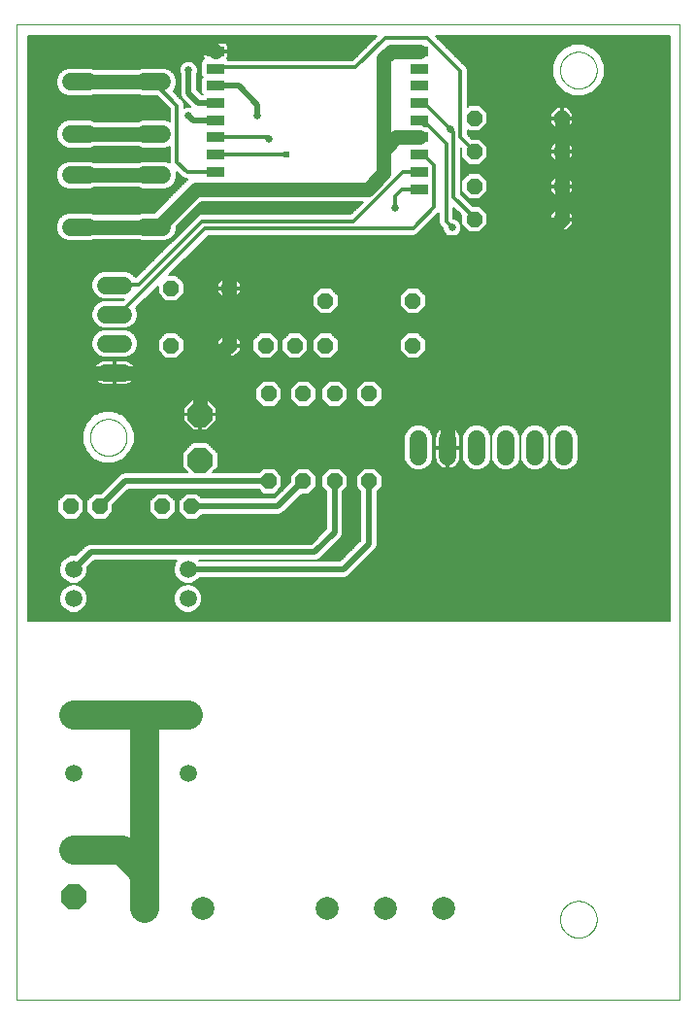
<source format=gtl>
G75*
%MOIN*%
%OFA0B0*%
%FSLAX25Y25*%
%IPPOS*%
%LPD*%
%AMOC8*
5,1,8,0,0,1.08239X$1,22.5*
%
%ADD10C,0.00000*%
%ADD11C,0.06000*%
%ADD12C,0.07874*%
%ADD13R,0.05846X0.03543*%
%ADD14OC8,0.05200*%
%ADD15C,0.05937*%
%ADD16OC8,0.08500*%
%ADD17C,0.02000*%
%ADD18C,0.10000*%
%ADD19C,0.05000*%
%ADD20C,0.01200*%
%ADD21C,0.00600*%
%ADD22C,0.02578*%
%ADD23C,0.02400*%
D10*
X0001000Y0001000D02*
X0001000Y0335646D01*
X0228559Y0335646D01*
X0228559Y0001000D01*
X0001000Y0001000D01*
X0026197Y0193913D02*
X0026199Y0194071D01*
X0026205Y0194229D01*
X0026215Y0194387D01*
X0026229Y0194545D01*
X0026247Y0194702D01*
X0026268Y0194859D01*
X0026294Y0195015D01*
X0026324Y0195171D01*
X0026357Y0195326D01*
X0026395Y0195479D01*
X0026436Y0195632D01*
X0026481Y0195784D01*
X0026530Y0195935D01*
X0026583Y0196084D01*
X0026639Y0196232D01*
X0026699Y0196378D01*
X0026763Y0196523D01*
X0026831Y0196666D01*
X0026902Y0196808D01*
X0026976Y0196948D01*
X0027054Y0197085D01*
X0027136Y0197221D01*
X0027220Y0197355D01*
X0027309Y0197486D01*
X0027400Y0197615D01*
X0027495Y0197742D01*
X0027592Y0197867D01*
X0027693Y0197989D01*
X0027797Y0198108D01*
X0027904Y0198225D01*
X0028014Y0198339D01*
X0028127Y0198450D01*
X0028242Y0198559D01*
X0028360Y0198664D01*
X0028481Y0198766D01*
X0028604Y0198866D01*
X0028730Y0198962D01*
X0028858Y0199055D01*
X0028988Y0199145D01*
X0029121Y0199231D01*
X0029256Y0199315D01*
X0029392Y0199394D01*
X0029531Y0199471D01*
X0029672Y0199543D01*
X0029814Y0199613D01*
X0029958Y0199678D01*
X0030104Y0199740D01*
X0030251Y0199798D01*
X0030400Y0199853D01*
X0030550Y0199904D01*
X0030701Y0199951D01*
X0030853Y0199994D01*
X0031006Y0200033D01*
X0031161Y0200069D01*
X0031316Y0200100D01*
X0031472Y0200128D01*
X0031628Y0200152D01*
X0031785Y0200172D01*
X0031943Y0200188D01*
X0032100Y0200200D01*
X0032259Y0200208D01*
X0032417Y0200212D01*
X0032575Y0200212D01*
X0032733Y0200208D01*
X0032892Y0200200D01*
X0033049Y0200188D01*
X0033207Y0200172D01*
X0033364Y0200152D01*
X0033520Y0200128D01*
X0033676Y0200100D01*
X0033831Y0200069D01*
X0033986Y0200033D01*
X0034139Y0199994D01*
X0034291Y0199951D01*
X0034442Y0199904D01*
X0034592Y0199853D01*
X0034741Y0199798D01*
X0034888Y0199740D01*
X0035034Y0199678D01*
X0035178Y0199613D01*
X0035320Y0199543D01*
X0035461Y0199471D01*
X0035600Y0199394D01*
X0035736Y0199315D01*
X0035871Y0199231D01*
X0036004Y0199145D01*
X0036134Y0199055D01*
X0036262Y0198962D01*
X0036388Y0198866D01*
X0036511Y0198766D01*
X0036632Y0198664D01*
X0036750Y0198559D01*
X0036865Y0198450D01*
X0036978Y0198339D01*
X0037088Y0198225D01*
X0037195Y0198108D01*
X0037299Y0197989D01*
X0037400Y0197867D01*
X0037497Y0197742D01*
X0037592Y0197615D01*
X0037683Y0197486D01*
X0037772Y0197355D01*
X0037856Y0197221D01*
X0037938Y0197085D01*
X0038016Y0196948D01*
X0038090Y0196808D01*
X0038161Y0196666D01*
X0038229Y0196523D01*
X0038293Y0196378D01*
X0038353Y0196232D01*
X0038409Y0196084D01*
X0038462Y0195935D01*
X0038511Y0195784D01*
X0038556Y0195632D01*
X0038597Y0195479D01*
X0038635Y0195326D01*
X0038668Y0195171D01*
X0038698Y0195015D01*
X0038724Y0194859D01*
X0038745Y0194702D01*
X0038763Y0194545D01*
X0038777Y0194387D01*
X0038787Y0194229D01*
X0038793Y0194071D01*
X0038795Y0193913D01*
X0038793Y0193755D01*
X0038787Y0193597D01*
X0038777Y0193439D01*
X0038763Y0193281D01*
X0038745Y0193124D01*
X0038724Y0192967D01*
X0038698Y0192811D01*
X0038668Y0192655D01*
X0038635Y0192500D01*
X0038597Y0192347D01*
X0038556Y0192194D01*
X0038511Y0192042D01*
X0038462Y0191891D01*
X0038409Y0191742D01*
X0038353Y0191594D01*
X0038293Y0191448D01*
X0038229Y0191303D01*
X0038161Y0191160D01*
X0038090Y0191018D01*
X0038016Y0190878D01*
X0037938Y0190741D01*
X0037856Y0190605D01*
X0037772Y0190471D01*
X0037683Y0190340D01*
X0037592Y0190211D01*
X0037497Y0190084D01*
X0037400Y0189959D01*
X0037299Y0189837D01*
X0037195Y0189718D01*
X0037088Y0189601D01*
X0036978Y0189487D01*
X0036865Y0189376D01*
X0036750Y0189267D01*
X0036632Y0189162D01*
X0036511Y0189060D01*
X0036388Y0188960D01*
X0036262Y0188864D01*
X0036134Y0188771D01*
X0036004Y0188681D01*
X0035871Y0188595D01*
X0035736Y0188511D01*
X0035600Y0188432D01*
X0035461Y0188355D01*
X0035320Y0188283D01*
X0035178Y0188213D01*
X0035034Y0188148D01*
X0034888Y0188086D01*
X0034741Y0188028D01*
X0034592Y0187973D01*
X0034442Y0187922D01*
X0034291Y0187875D01*
X0034139Y0187832D01*
X0033986Y0187793D01*
X0033831Y0187757D01*
X0033676Y0187726D01*
X0033520Y0187698D01*
X0033364Y0187674D01*
X0033207Y0187654D01*
X0033049Y0187638D01*
X0032892Y0187626D01*
X0032733Y0187618D01*
X0032575Y0187614D01*
X0032417Y0187614D01*
X0032259Y0187618D01*
X0032100Y0187626D01*
X0031943Y0187638D01*
X0031785Y0187654D01*
X0031628Y0187674D01*
X0031472Y0187698D01*
X0031316Y0187726D01*
X0031161Y0187757D01*
X0031006Y0187793D01*
X0030853Y0187832D01*
X0030701Y0187875D01*
X0030550Y0187922D01*
X0030400Y0187973D01*
X0030251Y0188028D01*
X0030104Y0188086D01*
X0029958Y0188148D01*
X0029814Y0188213D01*
X0029672Y0188283D01*
X0029531Y0188355D01*
X0029392Y0188432D01*
X0029256Y0188511D01*
X0029121Y0188595D01*
X0028988Y0188681D01*
X0028858Y0188771D01*
X0028730Y0188864D01*
X0028604Y0188960D01*
X0028481Y0189060D01*
X0028360Y0189162D01*
X0028242Y0189267D01*
X0028127Y0189376D01*
X0028014Y0189487D01*
X0027904Y0189601D01*
X0027797Y0189718D01*
X0027693Y0189837D01*
X0027592Y0189959D01*
X0027495Y0190084D01*
X0027400Y0190211D01*
X0027309Y0190340D01*
X0027220Y0190471D01*
X0027136Y0190605D01*
X0027054Y0190741D01*
X0026976Y0190878D01*
X0026902Y0191018D01*
X0026831Y0191160D01*
X0026763Y0191303D01*
X0026699Y0191448D01*
X0026639Y0191594D01*
X0026583Y0191742D01*
X0026530Y0191891D01*
X0026481Y0192042D01*
X0026436Y0192194D01*
X0026395Y0192347D01*
X0026357Y0192500D01*
X0026324Y0192655D01*
X0026294Y0192811D01*
X0026268Y0192967D01*
X0026247Y0193124D01*
X0026229Y0193281D01*
X0026215Y0193439D01*
X0026205Y0193597D01*
X0026199Y0193755D01*
X0026197Y0193913D01*
X0187614Y0319898D02*
X0187616Y0320056D01*
X0187622Y0320214D01*
X0187632Y0320372D01*
X0187646Y0320530D01*
X0187664Y0320687D01*
X0187685Y0320844D01*
X0187711Y0321000D01*
X0187741Y0321156D01*
X0187774Y0321311D01*
X0187812Y0321464D01*
X0187853Y0321617D01*
X0187898Y0321769D01*
X0187947Y0321920D01*
X0188000Y0322069D01*
X0188056Y0322217D01*
X0188116Y0322363D01*
X0188180Y0322508D01*
X0188248Y0322651D01*
X0188319Y0322793D01*
X0188393Y0322933D01*
X0188471Y0323070D01*
X0188553Y0323206D01*
X0188637Y0323340D01*
X0188726Y0323471D01*
X0188817Y0323600D01*
X0188912Y0323727D01*
X0189009Y0323852D01*
X0189110Y0323974D01*
X0189214Y0324093D01*
X0189321Y0324210D01*
X0189431Y0324324D01*
X0189544Y0324435D01*
X0189659Y0324544D01*
X0189777Y0324649D01*
X0189898Y0324751D01*
X0190021Y0324851D01*
X0190147Y0324947D01*
X0190275Y0325040D01*
X0190405Y0325130D01*
X0190538Y0325216D01*
X0190673Y0325300D01*
X0190809Y0325379D01*
X0190948Y0325456D01*
X0191089Y0325528D01*
X0191231Y0325598D01*
X0191375Y0325663D01*
X0191521Y0325725D01*
X0191668Y0325783D01*
X0191817Y0325838D01*
X0191967Y0325889D01*
X0192118Y0325936D01*
X0192270Y0325979D01*
X0192423Y0326018D01*
X0192578Y0326054D01*
X0192733Y0326085D01*
X0192889Y0326113D01*
X0193045Y0326137D01*
X0193202Y0326157D01*
X0193360Y0326173D01*
X0193517Y0326185D01*
X0193676Y0326193D01*
X0193834Y0326197D01*
X0193992Y0326197D01*
X0194150Y0326193D01*
X0194309Y0326185D01*
X0194466Y0326173D01*
X0194624Y0326157D01*
X0194781Y0326137D01*
X0194937Y0326113D01*
X0195093Y0326085D01*
X0195248Y0326054D01*
X0195403Y0326018D01*
X0195556Y0325979D01*
X0195708Y0325936D01*
X0195859Y0325889D01*
X0196009Y0325838D01*
X0196158Y0325783D01*
X0196305Y0325725D01*
X0196451Y0325663D01*
X0196595Y0325598D01*
X0196737Y0325528D01*
X0196878Y0325456D01*
X0197017Y0325379D01*
X0197153Y0325300D01*
X0197288Y0325216D01*
X0197421Y0325130D01*
X0197551Y0325040D01*
X0197679Y0324947D01*
X0197805Y0324851D01*
X0197928Y0324751D01*
X0198049Y0324649D01*
X0198167Y0324544D01*
X0198282Y0324435D01*
X0198395Y0324324D01*
X0198505Y0324210D01*
X0198612Y0324093D01*
X0198716Y0323974D01*
X0198817Y0323852D01*
X0198914Y0323727D01*
X0199009Y0323600D01*
X0199100Y0323471D01*
X0199189Y0323340D01*
X0199273Y0323206D01*
X0199355Y0323070D01*
X0199433Y0322933D01*
X0199507Y0322793D01*
X0199578Y0322651D01*
X0199646Y0322508D01*
X0199710Y0322363D01*
X0199770Y0322217D01*
X0199826Y0322069D01*
X0199879Y0321920D01*
X0199928Y0321769D01*
X0199973Y0321617D01*
X0200014Y0321464D01*
X0200052Y0321311D01*
X0200085Y0321156D01*
X0200115Y0321000D01*
X0200141Y0320844D01*
X0200162Y0320687D01*
X0200180Y0320530D01*
X0200194Y0320372D01*
X0200204Y0320214D01*
X0200210Y0320056D01*
X0200212Y0319898D01*
X0200210Y0319740D01*
X0200204Y0319582D01*
X0200194Y0319424D01*
X0200180Y0319266D01*
X0200162Y0319109D01*
X0200141Y0318952D01*
X0200115Y0318796D01*
X0200085Y0318640D01*
X0200052Y0318485D01*
X0200014Y0318332D01*
X0199973Y0318179D01*
X0199928Y0318027D01*
X0199879Y0317876D01*
X0199826Y0317727D01*
X0199770Y0317579D01*
X0199710Y0317433D01*
X0199646Y0317288D01*
X0199578Y0317145D01*
X0199507Y0317003D01*
X0199433Y0316863D01*
X0199355Y0316726D01*
X0199273Y0316590D01*
X0199189Y0316456D01*
X0199100Y0316325D01*
X0199009Y0316196D01*
X0198914Y0316069D01*
X0198817Y0315944D01*
X0198716Y0315822D01*
X0198612Y0315703D01*
X0198505Y0315586D01*
X0198395Y0315472D01*
X0198282Y0315361D01*
X0198167Y0315252D01*
X0198049Y0315147D01*
X0197928Y0315045D01*
X0197805Y0314945D01*
X0197679Y0314849D01*
X0197551Y0314756D01*
X0197421Y0314666D01*
X0197288Y0314580D01*
X0197153Y0314496D01*
X0197017Y0314417D01*
X0196878Y0314340D01*
X0196737Y0314268D01*
X0196595Y0314198D01*
X0196451Y0314133D01*
X0196305Y0314071D01*
X0196158Y0314013D01*
X0196009Y0313958D01*
X0195859Y0313907D01*
X0195708Y0313860D01*
X0195556Y0313817D01*
X0195403Y0313778D01*
X0195248Y0313742D01*
X0195093Y0313711D01*
X0194937Y0313683D01*
X0194781Y0313659D01*
X0194624Y0313639D01*
X0194466Y0313623D01*
X0194309Y0313611D01*
X0194150Y0313603D01*
X0193992Y0313599D01*
X0193834Y0313599D01*
X0193676Y0313603D01*
X0193517Y0313611D01*
X0193360Y0313623D01*
X0193202Y0313639D01*
X0193045Y0313659D01*
X0192889Y0313683D01*
X0192733Y0313711D01*
X0192578Y0313742D01*
X0192423Y0313778D01*
X0192270Y0313817D01*
X0192118Y0313860D01*
X0191967Y0313907D01*
X0191817Y0313958D01*
X0191668Y0314013D01*
X0191521Y0314071D01*
X0191375Y0314133D01*
X0191231Y0314198D01*
X0191089Y0314268D01*
X0190948Y0314340D01*
X0190809Y0314417D01*
X0190673Y0314496D01*
X0190538Y0314580D01*
X0190405Y0314666D01*
X0190275Y0314756D01*
X0190147Y0314849D01*
X0190021Y0314945D01*
X0189898Y0315045D01*
X0189777Y0315147D01*
X0189659Y0315252D01*
X0189544Y0315361D01*
X0189431Y0315472D01*
X0189321Y0315586D01*
X0189214Y0315703D01*
X0189110Y0315822D01*
X0189009Y0315944D01*
X0188912Y0316069D01*
X0188817Y0316196D01*
X0188726Y0316325D01*
X0188637Y0316456D01*
X0188553Y0316590D01*
X0188471Y0316726D01*
X0188393Y0316863D01*
X0188319Y0317003D01*
X0188248Y0317145D01*
X0188180Y0317288D01*
X0188116Y0317433D01*
X0188056Y0317579D01*
X0188000Y0317727D01*
X0187947Y0317876D01*
X0187898Y0318027D01*
X0187853Y0318179D01*
X0187812Y0318332D01*
X0187774Y0318485D01*
X0187741Y0318640D01*
X0187711Y0318796D01*
X0187685Y0318952D01*
X0187664Y0319109D01*
X0187646Y0319266D01*
X0187632Y0319424D01*
X0187622Y0319582D01*
X0187616Y0319740D01*
X0187614Y0319898D01*
X0187614Y0028559D02*
X0187616Y0028717D01*
X0187622Y0028875D01*
X0187632Y0029033D01*
X0187646Y0029191D01*
X0187664Y0029348D01*
X0187685Y0029505D01*
X0187711Y0029661D01*
X0187741Y0029817D01*
X0187774Y0029972D01*
X0187812Y0030125D01*
X0187853Y0030278D01*
X0187898Y0030430D01*
X0187947Y0030581D01*
X0188000Y0030730D01*
X0188056Y0030878D01*
X0188116Y0031024D01*
X0188180Y0031169D01*
X0188248Y0031312D01*
X0188319Y0031454D01*
X0188393Y0031594D01*
X0188471Y0031731D01*
X0188553Y0031867D01*
X0188637Y0032001D01*
X0188726Y0032132D01*
X0188817Y0032261D01*
X0188912Y0032388D01*
X0189009Y0032513D01*
X0189110Y0032635D01*
X0189214Y0032754D01*
X0189321Y0032871D01*
X0189431Y0032985D01*
X0189544Y0033096D01*
X0189659Y0033205D01*
X0189777Y0033310D01*
X0189898Y0033412D01*
X0190021Y0033512D01*
X0190147Y0033608D01*
X0190275Y0033701D01*
X0190405Y0033791D01*
X0190538Y0033877D01*
X0190673Y0033961D01*
X0190809Y0034040D01*
X0190948Y0034117D01*
X0191089Y0034189D01*
X0191231Y0034259D01*
X0191375Y0034324D01*
X0191521Y0034386D01*
X0191668Y0034444D01*
X0191817Y0034499D01*
X0191967Y0034550D01*
X0192118Y0034597D01*
X0192270Y0034640D01*
X0192423Y0034679D01*
X0192578Y0034715D01*
X0192733Y0034746D01*
X0192889Y0034774D01*
X0193045Y0034798D01*
X0193202Y0034818D01*
X0193360Y0034834D01*
X0193517Y0034846D01*
X0193676Y0034854D01*
X0193834Y0034858D01*
X0193992Y0034858D01*
X0194150Y0034854D01*
X0194309Y0034846D01*
X0194466Y0034834D01*
X0194624Y0034818D01*
X0194781Y0034798D01*
X0194937Y0034774D01*
X0195093Y0034746D01*
X0195248Y0034715D01*
X0195403Y0034679D01*
X0195556Y0034640D01*
X0195708Y0034597D01*
X0195859Y0034550D01*
X0196009Y0034499D01*
X0196158Y0034444D01*
X0196305Y0034386D01*
X0196451Y0034324D01*
X0196595Y0034259D01*
X0196737Y0034189D01*
X0196878Y0034117D01*
X0197017Y0034040D01*
X0197153Y0033961D01*
X0197288Y0033877D01*
X0197421Y0033791D01*
X0197551Y0033701D01*
X0197679Y0033608D01*
X0197805Y0033512D01*
X0197928Y0033412D01*
X0198049Y0033310D01*
X0198167Y0033205D01*
X0198282Y0033096D01*
X0198395Y0032985D01*
X0198505Y0032871D01*
X0198612Y0032754D01*
X0198716Y0032635D01*
X0198817Y0032513D01*
X0198914Y0032388D01*
X0199009Y0032261D01*
X0199100Y0032132D01*
X0199189Y0032001D01*
X0199273Y0031867D01*
X0199355Y0031731D01*
X0199433Y0031594D01*
X0199507Y0031454D01*
X0199578Y0031312D01*
X0199646Y0031169D01*
X0199710Y0031024D01*
X0199770Y0030878D01*
X0199826Y0030730D01*
X0199879Y0030581D01*
X0199928Y0030430D01*
X0199973Y0030278D01*
X0200014Y0030125D01*
X0200052Y0029972D01*
X0200085Y0029817D01*
X0200115Y0029661D01*
X0200141Y0029505D01*
X0200162Y0029348D01*
X0200180Y0029191D01*
X0200194Y0029033D01*
X0200204Y0028875D01*
X0200210Y0028717D01*
X0200212Y0028559D01*
X0200210Y0028401D01*
X0200204Y0028243D01*
X0200194Y0028085D01*
X0200180Y0027927D01*
X0200162Y0027770D01*
X0200141Y0027613D01*
X0200115Y0027457D01*
X0200085Y0027301D01*
X0200052Y0027146D01*
X0200014Y0026993D01*
X0199973Y0026840D01*
X0199928Y0026688D01*
X0199879Y0026537D01*
X0199826Y0026388D01*
X0199770Y0026240D01*
X0199710Y0026094D01*
X0199646Y0025949D01*
X0199578Y0025806D01*
X0199507Y0025664D01*
X0199433Y0025524D01*
X0199355Y0025387D01*
X0199273Y0025251D01*
X0199189Y0025117D01*
X0199100Y0024986D01*
X0199009Y0024857D01*
X0198914Y0024730D01*
X0198817Y0024605D01*
X0198716Y0024483D01*
X0198612Y0024364D01*
X0198505Y0024247D01*
X0198395Y0024133D01*
X0198282Y0024022D01*
X0198167Y0023913D01*
X0198049Y0023808D01*
X0197928Y0023706D01*
X0197805Y0023606D01*
X0197679Y0023510D01*
X0197551Y0023417D01*
X0197421Y0023327D01*
X0197288Y0023241D01*
X0197153Y0023157D01*
X0197017Y0023078D01*
X0196878Y0023001D01*
X0196737Y0022929D01*
X0196595Y0022859D01*
X0196451Y0022794D01*
X0196305Y0022732D01*
X0196158Y0022674D01*
X0196009Y0022619D01*
X0195859Y0022568D01*
X0195708Y0022521D01*
X0195556Y0022478D01*
X0195403Y0022439D01*
X0195248Y0022403D01*
X0195093Y0022372D01*
X0194937Y0022344D01*
X0194781Y0022320D01*
X0194624Y0022300D01*
X0194466Y0022284D01*
X0194309Y0022272D01*
X0194150Y0022264D01*
X0193992Y0022260D01*
X0193834Y0022260D01*
X0193676Y0022264D01*
X0193517Y0022272D01*
X0193360Y0022284D01*
X0193202Y0022300D01*
X0193045Y0022320D01*
X0192889Y0022344D01*
X0192733Y0022372D01*
X0192578Y0022403D01*
X0192423Y0022439D01*
X0192270Y0022478D01*
X0192118Y0022521D01*
X0191967Y0022568D01*
X0191817Y0022619D01*
X0191668Y0022674D01*
X0191521Y0022732D01*
X0191375Y0022794D01*
X0191231Y0022859D01*
X0191089Y0022929D01*
X0190948Y0023001D01*
X0190809Y0023078D01*
X0190673Y0023157D01*
X0190538Y0023241D01*
X0190405Y0023327D01*
X0190275Y0023417D01*
X0190147Y0023510D01*
X0190021Y0023606D01*
X0189898Y0023706D01*
X0189777Y0023808D01*
X0189659Y0023913D01*
X0189544Y0024022D01*
X0189431Y0024133D01*
X0189321Y0024247D01*
X0189214Y0024364D01*
X0189110Y0024483D01*
X0189009Y0024605D01*
X0188912Y0024730D01*
X0188817Y0024857D01*
X0188726Y0024986D01*
X0188637Y0025117D01*
X0188553Y0025251D01*
X0188471Y0025387D01*
X0188393Y0025524D01*
X0188319Y0025664D01*
X0188248Y0025806D01*
X0188180Y0025949D01*
X0188116Y0026094D01*
X0188056Y0026240D01*
X0188000Y0026388D01*
X0187947Y0026537D01*
X0187898Y0026688D01*
X0187853Y0026840D01*
X0187812Y0026993D01*
X0187774Y0027146D01*
X0187741Y0027301D01*
X0187711Y0027457D01*
X0187685Y0027613D01*
X0187664Y0027770D01*
X0187646Y0027927D01*
X0187632Y0028085D01*
X0187622Y0028243D01*
X0187616Y0028401D01*
X0187614Y0028559D01*
D11*
X0189031Y0187370D02*
X0189031Y0193370D01*
X0179031Y0193370D02*
X0179031Y0187370D01*
X0169031Y0187370D02*
X0169031Y0193370D01*
X0159031Y0193370D02*
X0159031Y0187370D01*
X0149031Y0187370D02*
X0149031Y0193370D01*
X0139031Y0193370D02*
X0139031Y0187370D01*
X0051111Y0266076D02*
X0045111Y0266076D01*
X0045111Y0283876D02*
X0051111Y0283876D01*
X0051111Y0298006D02*
X0045111Y0298006D01*
X0045111Y0315806D02*
X0051111Y0315806D01*
X0025511Y0315806D02*
X0019511Y0315806D01*
X0019511Y0298006D02*
X0025511Y0298006D01*
X0025511Y0283876D02*
X0019511Y0283876D01*
X0019511Y0266076D02*
X0025511Y0266076D01*
X0031661Y0246118D02*
X0037661Y0246118D01*
X0037661Y0236118D02*
X0031661Y0236118D01*
X0031661Y0226118D02*
X0037661Y0226118D01*
X0037661Y0216118D02*
X0031661Y0216118D01*
D12*
X0045051Y0032358D03*
X0065051Y0032358D03*
X0107728Y0032358D03*
X0127728Y0032358D03*
X0147728Y0032358D03*
D13*
X0139317Y0279091D03*
X0139317Y0284996D03*
X0139317Y0290902D03*
X0139317Y0296807D03*
X0139317Y0302713D03*
X0139317Y0308618D03*
X0139317Y0314524D03*
X0139317Y0320429D03*
X0139317Y0326335D03*
X0069297Y0326335D03*
X0069297Y0320429D03*
X0069297Y0314524D03*
X0069297Y0308618D03*
X0069297Y0302713D03*
X0069297Y0296807D03*
X0069297Y0290902D03*
X0069297Y0284996D03*
X0069297Y0279091D03*
D14*
X0073992Y0245094D03*
X0073992Y0225409D03*
X0086551Y0225409D03*
X0087614Y0208913D03*
X0096551Y0225409D03*
X0107024Y0225409D03*
X0110213Y0208913D03*
X0099425Y0208913D03*
X0099425Y0178913D03*
X0110213Y0178913D03*
X0122024Y0178913D03*
X0122024Y0208913D03*
X0137024Y0225409D03*
X0137024Y0240685D03*
X0158205Y0268717D03*
X0158205Y0280055D03*
X0158205Y0291866D03*
X0158205Y0303362D03*
X0188205Y0303362D03*
X0188205Y0291866D03*
X0188205Y0280055D03*
X0188205Y0268717D03*
X0107024Y0240685D03*
X0087614Y0178913D03*
X0061118Y0170291D03*
X0051118Y0170291D03*
X0029622Y0170291D03*
X0019622Y0170291D03*
X0053992Y0225409D03*
X0053992Y0245094D03*
D15*
X0059878Y0148618D03*
X0059878Y0138618D03*
X0059878Y0098618D03*
X0059878Y0078618D03*
X0020567Y0078618D03*
X0020567Y0098618D03*
X0020567Y0138618D03*
X0020567Y0148618D03*
D16*
X0063992Y0186039D03*
X0063992Y0201787D03*
X0020685Y0052181D03*
X0020685Y0036433D03*
D17*
X0020567Y0148618D02*
X0026492Y0154543D01*
X0103362Y0154543D01*
X0110213Y0161394D01*
X0110213Y0178913D01*
X0099425Y0178913D02*
X0090803Y0170291D01*
X0061118Y0170291D01*
X0059878Y0148618D02*
X0113185Y0148618D01*
X0122024Y0157457D01*
X0122024Y0178913D01*
X0087614Y0178913D02*
X0038244Y0178913D01*
X0029622Y0170291D01*
X0061492Y0302713D02*
X0060055Y0304150D01*
X0061492Y0302713D02*
X0069297Y0302713D01*
X0069297Y0308618D02*
X0067397Y0308618D01*
X0069297Y0308618D02*
X0063461Y0308618D01*
X0060055Y0312024D01*
X0060055Y0319898D01*
X0069297Y0314524D02*
X0077240Y0314524D01*
X0083677Y0308087D01*
X0083677Y0304150D01*
D18*
X0059878Y0098618D02*
X0044307Y0098618D01*
X0045051Y0097874D01*
X0045051Y0044307D01*
X0037177Y0052181D01*
X0020685Y0052181D01*
X0045051Y0044307D02*
X0045051Y0032358D01*
X0044307Y0098618D02*
X0020567Y0098618D01*
X0055311Y0098618D02*
X0059878Y0098618D01*
D19*
X0063992Y0201787D02*
X0063992Y0216118D01*
X0073283Y0225409D01*
X0073992Y0225409D01*
X0073992Y0245094D01*
X0073992Y0251157D01*
X0083677Y0260843D01*
X0142732Y0260843D01*
X0149031Y0254543D01*
X0149031Y0190370D01*
X0142732Y0260843D02*
X0180331Y0260843D01*
X0188205Y0268717D01*
X0188205Y0280508D01*
X0188201Y0280512D01*
X0188205Y0280055D02*
X0188205Y0291866D01*
X0188205Y0303362D01*
X0139317Y0296807D02*
X0131453Y0296807D01*
X0126984Y0292339D01*
X0126984Y0323835D01*
X0129484Y0326335D01*
X0139317Y0326335D01*
X0126984Y0292339D02*
X0126984Y0284465D01*
X0121610Y0279091D01*
X0069297Y0279091D01*
X0062555Y0279091D01*
X0049541Y0266076D01*
X0048111Y0266076D01*
X0022511Y0266076D01*
X0022511Y0283876D02*
X0048111Y0283876D01*
X0048111Y0298006D02*
X0022511Y0298006D01*
X0022511Y0315806D02*
X0048111Y0315806D01*
X0067860Y0327772D02*
X0020685Y0327772D01*
X0008874Y0315961D01*
X0008874Y0229346D01*
X0022102Y0216118D01*
X0034661Y0216118D01*
X0063992Y0216118D01*
X0069297Y0326335D02*
X0067860Y0327772D01*
D20*
X0069400Y0320800D02*
X0069297Y0320429D01*
X0069400Y0320800D02*
X0117400Y0320800D01*
X0127600Y0331000D01*
X0142000Y0331000D01*
X0153400Y0319600D01*
X0153400Y0296800D01*
X0158200Y0292000D01*
X0158205Y0291866D01*
X0151000Y0298600D02*
X0151000Y0276400D01*
X0158200Y0269200D01*
X0158205Y0268717D01*
X0150606Y0265831D02*
X0148600Y0267838D01*
X0148600Y0294764D01*
X0142257Y0301107D01*
X0140922Y0301107D01*
X0139317Y0302713D01*
X0139600Y0308200D02*
X0139317Y0308618D01*
X0139600Y0308200D02*
X0141400Y0308200D01*
X0149997Y0299603D01*
X0151000Y0298600D01*
X0140800Y0290800D02*
X0144400Y0287200D01*
X0144400Y0272800D01*
X0137200Y0265600D01*
X0065800Y0265600D01*
X0036400Y0236200D01*
X0035200Y0236200D01*
X0034661Y0236118D01*
X0034661Y0246118D02*
X0035200Y0246400D01*
X0043000Y0246400D01*
X0064600Y0268000D01*
X0116800Y0268000D01*
X0133600Y0284800D01*
X0139000Y0284800D01*
X0139317Y0284996D01*
X0139600Y0290800D02*
X0139317Y0290902D01*
X0139600Y0290800D02*
X0140800Y0290800D01*
X0139317Y0279091D02*
X0133421Y0279091D01*
X0130921Y0276591D01*
X0130921Y0272654D01*
X0093663Y0290800D02*
X0069400Y0290800D01*
X0069297Y0290902D01*
X0068800Y0285400D02*
X0069297Y0284996D01*
X0059524Y0284996D01*
X0056118Y0288402D01*
X0056118Y0307798D01*
X0048111Y0315806D01*
X0068800Y0302800D02*
X0069297Y0302713D01*
X0069297Y0296807D02*
X0087083Y0296807D01*
X0087614Y0296276D01*
X0068800Y0285400D02*
X0067000Y0285400D01*
X0188200Y0280600D02*
X0188201Y0280512D01*
X0188205Y0280055D01*
X0188200Y0291400D02*
X0188205Y0291866D01*
D21*
X0188505Y0291877D02*
X0225409Y0291877D01*
X0225409Y0292475D02*
X0192105Y0292475D01*
X0192105Y0292166D02*
X0192105Y0293482D01*
X0189820Y0295766D01*
X0188505Y0295766D01*
X0188505Y0292166D01*
X0192105Y0292166D01*
X0192105Y0291566D02*
X0188505Y0291566D01*
X0188505Y0292166D01*
X0187905Y0292166D01*
X0187905Y0295766D01*
X0186589Y0295766D01*
X0184305Y0293482D01*
X0184305Y0292166D01*
X0187905Y0292166D01*
X0187905Y0291566D01*
X0188505Y0291566D01*
X0188505Y0287966D01*
X0189820Y0287966D01*
X0192105Y0290251D01*
X0192105Y0291566D01*
X0192105Y0291278D02*
X0225409Y0291278D01*
X0225409Y0290679D02*
X0192105Y0290679D01*
X0191935Y0290081D02*
X0225409Y0290081D01*
X0225409Y0289482D02*
X0191336Y0289482D01*
X0190738Y0288884D02*
X0225409Y0288884D01*
X0225409Y0288285D02*
X0190139Y0288285D01*
X0188505Y0288285D02*
X0187905Y0288285D01*
X0187905Y0287966D02*
X0187905Y0291566D01*
X0184305Y0291566D01*
X0184305Y0290251D01*
X0186589Y0287966D01*
X0187905Y0287966D01*
X0187905Y0288884D02*
X0188505Y0288884D01*
X0188505Y0289482D02*
X0187905Y0289482D01*
X0187905Y0290081D02*
X0188505Y0290081D01*
X0188505Y0290679D02*
X0187905Y0290679D01*
X0187905Y0291278D02*
X0188505Y0291278D01*
X0187905Y0291877D02*
X0162705Y0291877D01*
X0162705Y0292475D02*
X0184305Y0292475D01*
X0184305Y0293074D02*
X0162705Y0293074D01*
X0162705Y0293672D02*
X0184495Y0293672D01*
X0185094Y0294271D02*
X0162164Y0294271D01*
X0162705Y0293730D02*
X0160069Y0296366D01*
X0157369Y0296366D01*
X0155900Y0297836D01*
X0155900Y0299303D01*
X0156341Y0298862D01*
X0160069Y0298862D01*
X0162705Y0301498D01*
X0162705Y0305226D01*
X0160069Y0307862D01*
X0156341Y0307862D01*
X0155900Y0307421D01*
X0155900Y0320097D01*
X0155519Y0321016D01*
X0154816Y0321719D01*
X0144827Y0331709D01*
X0225409Y0331709D01*
X0225409Y0130921D01*
X0004937Y0130921D01*
X0004937Y0331709D01*
X0124773Y0331709D01*
X0116364Y0323300D01*
X0073808Y0323300D01*
X0073291Y0323817D01*
X0073432Y0324061D01*
X0073520Y0324392D01*
X0073520Y0326035D01*
X0069597Y0326035D01*
X0069597Y0326635D01*
X0068997Y0326635D01*
X0068997Y0329406D01*
X0066203Y0329406D01*
X0065872Y0329318D01*
X0065576Y0329147D01*
X0065334Y0328905D01*
X0065163Y0328608D01*
X0065074Y0328277D01*
X0065074Y0326635D01*
X0068997Y0326635D01*
X0068997Y0326035D01*
X0065074Y0326035D01*
X0065074Y0324392D01*
X0065163Y0324061D01*
X0065303Y0323817D01*
X0064474Y0322988D01*
X0064474Y0317870D01*
X0064868Y0317476D01*
X0064474Y0317082D01*
X0064474Y0311965D01*
X0064868Y0311571D01*
X0064815Y0311518D01*
X0064662Y0311518D01*
X0062955Y0313225D01*
X0062955Y0318566D01*
X0063244Y0319263D01*
X0063244Y0320532D01*
X0062759Y0321704D01*
X0061862Y0322601D01*
X0060689Y0323087D01*
X0059421Y0323087D01*
X0058249Y0322601D01*
X0057352Y0321704D01*
X0056866Y0320532D01*
X0056866Y0319263D01*
X0057155Y0318566D01*
X0057155Y0311447D01*
X0057597Y0310381D01*
X0060639Y0307339D01*
X0059421Y0307339D01*
X0058618Y0307006D01*
X0058618Y0308296D01*
X0058237Y0309215D01*
X0057534Y0309918D01*
X0054844Y0312608D01*
X0055265Y0313030D01*
X0056011Y0314831D01*
X0056011Y0316780D01*
X0055265Y0318581D01*
X0053887Y0319960D01*
X0052086Y0320705D01*
X0044136Y0320705D01*
X0042929Y0320205D01*
X0027693Y0320205D01*
X0026486Y0320705D01*
X0018536Y0320705D01*
X0016735Y0319960D01*
X0015357Y0318581D01*
X0014611Y0316780D01*
X0014611Y0314831D01*
X0015357Y0313030D01*
X0016735Y0311651D01*
X0018536Y0310906D01*
X0026486Y0310906D01*
X0027693Y0311406D01*
X0042929Y0311406D01*
X0044136Y0310906D01*
X0049475Y0310906D01*
X0053618Y0306763D01*
X0053618Y0302271D01*
X0052086Y0302905D01*
X0044136Y0302905D01*
X0042929Y0302405D01*
X0027693Y0302405D01*
X0026486Y0302905D01*
X0018536Y0302905D01*
X0016735Y0302160D01*
X0015357Y0300781D01*
X0014611Y0298980D01*
X0014611Y0297031D01*
X0015357Y0295230D01*
X0016735Y0293851D01*
X0018536Y0293106D01*
X0026486Y0293106D01*
X0027693Y0293606D01*
X0042929Y0293606D01*
X0044136Y0293106D01*
X0052086Y0293106D01*
X0053618Y0293740D01*
X0053618Y0288142D01*
X0052086Y0288776D01*
X0044136Y0288776D01*
X0042929Y0288276D01*
X0027693Y0288276D01*
X0026486Y0288776D01*
X0018536Y0288776D01*
X0016735Y0288030D01*
X0015357Y0286652D01*
X0014611Y0284851D01*
X0014611Y0282902D01*
X0015357Y0281101D01*
X0016735Y0279722D01*
X0018536Y0278976D01*
X0026486Y0278976D01*
X0027693Y0279476D01*
X0042929Y0279476D01*
X0044136Y0278976D01*
X0052086Y0278976D01*
X0053887Y0279722D01*
X0055265Y0281101D01*
X0056011Y0282902D01*
X0056011Y0284851D01*
X0055925Y0285059D01*
X0057404Y0283580D01*
X0058107Y0282877D01*
X0059026Y0282496D01*
X0059738Y0282496D01*
X0048218Y0270976D01*
X0044136Y0270976D01*
X0042929Y0270476D01*
X0027693Y0270476D01*
X0026486Y0270976D01*
X0018536Y0270976D01*
X0016735Y0270230D01*
X0015357Y0268852D01*
X0014611Y0267051D01*
X0014611Y0265102D01*
X0015357Y0263301D01*
X0016735Y0261922D01*
X0018536Y0261176D01*
X0026486Y0261176D01*
X0027693Y0261676D01*
X0042929Y0261676D01*
X0044136Y0261176D01*
X0052086Y0261176D01*
X0053887Y0261922D01*
X0055265Y0263301D01*
X0056011Y0265102D01*
X0056011Y0266324D01*
X0064378Y0274691D01*
X0119955Y0274691D01*
X0115764Y0270500D01*
X0064103Y0270500D01*
X0063184Y0270119D01*
X0041964Y0248900D01*
X0041809Y0248900D01*
X0040437Y0250272D01*
X0038636Y0251018D01*
X0030687Y0251018D01*
X0028886Y0250272D01*
X0027507Y0248894D01*
X0026761Y0247093D01*
X0026761Y0245143D01*
X0027507Y0243342D01*
X0028886Y0241964D01*
X0030687Y0241218D01*
X0037883Y0241218D01*
X0037683Y0241018D01*
X0030687Y0241018D01*
X0028886Y0240272D01*
X0027507Y0238894D01*
X0026761Y0237093D01*
X0026761Y0235143D01*
X0027507Y0233342D01*
X0028886Y0231964D01*
X0030687Y0231218D01*
X0038636Y0231218D01*
X0040437Y0231964D01*
X0041815Y0233342D01*
X0042561Y0235143D01*
X0042561Y0237093D01*
X0042054Y0238318D01*
X0049492Y0245757D01*
X0049492Y0243231D01*
X0052128Y0240594D01*
X0055856Y0240594D01*
X0058492Y0243231D01*
X0058492Y0246958D01*
X0055856Y0249594D01*
X0053330Y0249594D01*
X0066836Y0263100D01*
X0137697Y0263100D01*
X0138616Y0263481D01*
X0139319Y0264184D01*
X0146100Y0270964D01*
X0146100Y0267341D01*
X0146481Y0266422D01*
X0147184Y0265718D01*
X0147417Y0265485D01*
X0147417Y0265197D01*
X0147903Y0264025D01*
X0148800Y0263128D01*
X0149972Y0262643D01*
X0151241Y0262643D01*
X0152413Y0263128D01*
X0153310Y0264025D01*
X0153795Y0265197D01*
X0153795Y0266466D01*
X0153310Y0267638D01*
X0152413Y0268535D01*
X0151241Y0269020D01*
X0151100Y0269020D01*
X0151100Y0272764D01*
X0153705Y0270160D01*
X0153705Y0266853D01*
X0156341Y0264217D01*
X0160069Y0264217D01*
X0162705Y0266853D01*
X0162705Y0270580D01*
X0160069Y0273217D01*
X0157719Y0273217D01*
X0153500Y0277436D01*
X0153500Y0293164D01*
X0153705Y0292960D01*
X0153705Y0290002D01*
X0156341Y0287366D01*
X0160069Y0287366D01*
X0162705Y0290002D01*
X0162705Y0293730D01*
X0161566Y0294869D02*
X0185692Y0294869D01*
X0186291Y0295468D02*
X0160967Y0295468D01*
X0160369Y0296066D02*
X0225409Y0296066D01*
X0225409Y0295468D02*
X0190119Y0295468D01*
X0190717Y0294869D02*
X0225409Y0294869D01*
X0225409Y0294271D02*
X0191316Y0294271D01*
X0191914Y0293672D02*
X0225409Y0293672D01*
X0225409Y0293074D02*
X0192105Y0293074D01*
X0188505Y0293074D02*
X0187905Y0293074D01*
X0187905Y0293672D02*
X0188505Y0293672D01*
X0188505Y0294271D02*
X0187905Y0294271D01*
X0187905Y0294869D02*
X0188505Y0294869D01*
X0188505Y0295468D02*
X0187905Y0295468D01*
X0187905Y0292475D02*
X0188505Y0292475D01*
X0186270Y0288285D02*
X0160988Y0288285D01*
X0160389Y0287687D02*
X0225409Y0287687D01*
X0225409Y0287088D02*
X0153500Y0287088D01*
X0153500Y0286490D02*
X0225409Y0286490D01*
X0225409Y0285891D02*
X0153500Y0285891D01*
X0153500Y0285293D02*
X0225409Y0285293D01*
X0225409Y0284694D02*
X0153500Y0284694D01*
X0153500Y0284096D02*
X0155882Y0284096D01*
X0156341Y0284555D02*
X0153705Y0281919D01*
X0153705Y0278191D01*
X0156341Y0275555D01*
X0160069Y0275555D01*
X0162705Y0278191D01*
X0162705Y0281919D01*
X0160069Y0284555D01*
X0156341Y0284555D01*
X0155283Y0283497D02*
X0153500Y0283497D01*
X0153500Y0282899D02*
X0154684Y0282899D01*
X0154086Y0282300D02*
X0153500Y0282300D01*
X0153500Y0281702D02*
X0153705Y0281702D01*
X0153705Y0281103D02*
X0153500Y0281103D01*
X0153500Y0280505D02*
X0153705Y0280505D01*
X0153705Y0279906D02*
X0153500Y0279906D01*
X0153500Y0279308D02*
X0153705Y0279308D01*
X0153705Y0278709D02*
X0153500Y0278709D01*
X0153500Y0278111D02*
X0153785Y0278111D01*
X0153500Y0277512D02*
X0154384Y0277512D01*
X0154022Y0276914D02*
X0154982Y0276914D01*
X0154620Y0276315D02*
X0155581Y0276315D01*
X0155219Y0275717D02*
X0156179Y0275717D01*
X0155817Y0275118D02*
X0225409Y0275118D01*
X0225409Y0274520D02*
X0156416Y0274520D01*
X0157014Y0273921D02*
X0225409Y0273921D01*
X0225409Y0273323D02*
X0157613Y0273323D01*
X0160561Y0272724D02*
X0225409Y0272724D01*
X0225409Y0272126D02*
X0190311Y0272126D01*
X0189820Y0272617D02*
X0188505Y0272617D01*
X0188505Y0269017D01*
X0187905Y0269017D01*
X0187905Y0272617D01*
X0186589Y0272617D01*
X0184305Y0270332D01*
X0184305Y0269017D01*
X0187905Y0269017D01*
X0187905Y0268417D01*
X0184305Y0268417D01*
X0184305Y0267101D01*
X0186589Y0264817D01*
X0187905Y0264817D01*
X0187905Y0268416D01*
X0188505Y0268416D01*
X0188505Y0264817D01*
X0189820Y0264817D01*
X0192105Y0267101D01*
X0192105Y0268417D01*
X0188505Y0268417D01*
X0188505Y0269017D01*
X0192105Y0269017D01*
X0192105Y0270332D01*
X0189820Y0272617D01*
X0188505Y0272126D02*
X0187905Y0272126D01*
X0187905Y0271527D02*
X0188505Y0271527D01*
X0188505Y0270929D02*
X0187905Y0270929D01*
X0187905Y0270330D02*
X0188505Y0270330D01*
X0188505Y0269732D02*
X0187905Y0269732D01*
X0187905Y0269133D02*
X0188505Y0269133D01*
X0188505Y0268535D02*
X0225409Y0268535D01*
X0225409Y0269133D02*
X0192105Y0269133D01*
X0192105Y0269732D02*
X0225409Y0269732D01*
X0225409Y0270330D02*
X0192105Y0270330D01*
X0191508Y0270929D02*
X0225409Y0270929D01*
X0225409Y0271527D02*
X0190910Y0271527D01*
X0192105Y0267936D02*
X0225409Y0267936D01*
X0225409Y0267338D02*
X0192105Y0267338D01*
X0191743Y0266739D02*
X0225409Y0266739D01*
X0225409Y0266141D02*
X0191144Y0266141D01*
X0190546Y0265542D02*
X0225409Y0265542D01*
X0225409Y0264943D02*
X0189947Y0264943D01*
X0188505Y0264943D02*
X0187905Y0264943D01*
X0187905Y0265542D02*
X0188505Y0265542D01*
X0188505Y0266141D02*
X0187905Y0266141D01*
X0187905Y0266739D02*
X0188505Y0266739D01*
X0188505Y0267338D02*
X0187905Y0267338D01*
X0187905Y0267936D02*
X0188505Y0267936D01*
X0187905Y0268535D02*
X0162705Y0268535D01*
X0162705Y0269133D02*
X0184305Y0269133D01*
X0184305Y0269732D02*
X0162705Y0269732D01*
X0162705Y0270330D02*
X0184305Y0270330D01*
X0184901Y0270929D02*
X0162357Y0270929D01*
X0161758Y0271527D02*
X0185500Y0271527D01*
X0186098Y0272126D02*
X0161160Y0272126D01*
X0160230Y0275717D02*
X0225409Y0275717D01*
X0225409Y0276315D02*
X0189980Y0276315D01*
X0189820Y0276155D02*
X0192105Y0278440D01*
X0192105Y0279755D01*
X0188505Y0279755D01*
X0188505Y0280355D01*
X0192105Y0280355D01*
X0192105Y0281671D01*
X0189820Y0283955D01*
X0188505Y0283955D01*
X0188505Y0280355D01*
X0187905Y0280355D01*
X0187905Y0283955D01*
X0186589Y0283955D01*
X0184305Y0281671D01*
X0184305Y0280355D01*
X0187905Y0280355D01*
X0187905Y0279755D01*
X0188505Y0279755D01*
X0188505Y0276155D01*
X0189820Y0276155D01*
X0190579Y0276914D02*
X0225409Y0276914D01*
X0225409Y0277512D02*
X0191177Y0277512D01*
X0191776Y0278111D02*
X0225409Y0278111D01*
X0225409Y0278709D02*
X0192105Y0278709D01*
X0192105Y0279308D02*
X0225409Y0279308D01*
X0225409Y0279906D02*
X0188505Y0279906D01*
X0188505Y0279308D02*
X0187905Y0279308D01*
X0187905Y0279755D02*
X0187905Y0276155D01*
X0186589Y0276155D01*
X0184305Y0278440D01*
X0184305Y0279755D01*
X0187905Y0279755D01*
X0187905Y0279906D02*
X0162705Y0279906D01*
X0162705Y0279308D02*
X0184305Y0279308D01*
X0184305Y0278709D02*
X0162705Y0278709D01*
X0162624Y0278111D02*
X0184634Y0278111D01*
X0185232Y0277512D02*
X0162026Y0277512D01*
X0161427Y0276914D02*
X0185831Y0276914D01*
X0186429Y0276315D02*
X0160829Y0276315D01*
X0162705Y0280505D02*
X0184305Y0280505D01*
X0184305Y0281103D02*
X0162705Y0281103D01*
X0162705Y0281702D02*
X0184336Y0281702D01*
X0184935Y0282300D02*
X0162323Y0282300D01*
X0161725Y0282899D02*
X0185533Y0282899D01*
X0186132Y0283497D02*
X0161126Y0283497D01*
X0160528Y0284096D02*
X0225409Y0284096D01*
X0225409Y0283497D02*
X0190278Y0283497D01*
X0190876Y0282899D02*
X0225409Y0282899D01*
X0225409Y0282300D02*
X0191475Y0282300D01*
X0192073Y0281702D02*
X0225409Y0281702D01*
X0225409Y0281103D02*
X0192105Y0281103D01*
X0192105Y0280505D02*
X0225409Y0280505D01*
X0225409Y0264345D02*
X0160197Y0264345D01*
X0160796Y0264943D02*
X0186462Y0264943D01*
X0185864Y0265542D02*
X0161394Y0265542D01*
X0161993Y0266141D02*
X0185265Y0266141D01*
X0184667Y0266739D02*
X0162591Y0266739D01*
X0162705Y0267338D02*
X0184305Y0267338D01*
X0184305Y0267936D02*
X0162705Y0267936D01*
X0156212Y0264345D02*
X0153442Y0264345D01*
X0153690Y0264943D02*
X0155614Y0264943D01*
X0155015Y0265542D02*
X0153795Y0265542D01*
X0153795Y0266141D02*
X0154417Y0266141D01*
X0153818Y0266739D02*
X0153682Y0266739D01*
X0153705Y0267338D02*
X0153434Y0267338D01*
X0153705Y0267936D02*
X0153012Y0267936D01*
X0152413Y0268535D02*
X0153705Y0268535D01*
X0153705Y0269133D02*
X0151100Y0269133D01*
X0151100Y0269732D02*
X0153705Y0269732D01*
X0153534Y0270330D02*
X0151100Y0270330D01*
X0151100Y0270929D02*
X0152936Y0270929D01*
X0152337Y0271527D02*
X0151100Y0271527D01*
X0151100Y0272126D02*
X0151739Y0272126D01*
X0151140Y0272724D02*
X0151100Y0272724D01*
X0146100Y0270929D02*
X0146064Y0270929D01*
X0146100Y0270330D02*
X0145466Y0270330D01*
X0144867Y0269732D02*
X0146100Y0269732D01*
X0146100Y0269133D02*
X0144269Y0269133D01*
X0143670Y0268535D02*
X0146100Y0268535D01*
X0146100Y0267936D02*
X0143072Y0267936D01*
X0142473Y0267338D02*
X0146101Y0267338D01*
X0146349Y0266739D02*
X0141875Y0266739D01*
X0141276Y0266141D02*
X0146762Y0266141D01*
X0147184Y0265718D02*
X0147184Y0265718D01*
X0147360Y0265542D02*
X0140678Y0265542D01*
X0140079Y0264943D02*
X0147522Y0264943D01*
X0147770Y0264345D02*
X0139480Y0264345D01*
X0138882Y0263746D02*
X0148181Y0263746D01*
X0148780Y0263148D02*
X0137813Y0263148D01*
X0138888Y0245185D02*
X0135160Y0245185D01*
X0132524Y0242549D01*
X0132524Y0238821D01*
X0135160Y0236185D01*
X0138888Y0236185D01*
X0141524Y0238821D01*
X0141524Y0242549D01*
X0138888Y0245185D01*
X0139478Y0244594D02*
X0225409Y0244594D01*
X0225409Y0243996D02*
X0140077Y0243996D01*
X0140676Y0243397D02*
X0225409Y0243397D01*
X0225409Y0242799D02*
X0141274Y0242799D01*
X0141524Y0242200D02*
X0225409Y0242200D01*
X0225409Y0241602D02*
X0141524Y0241602D01*
X0141524Y0241003D02*
X0225409Y0241003D01*
X0225409Y0240405D02*
X0141524Y0240405D01*
X0141524Y0239806D02*
X0225409Y0239806D01*
X0225409Y0239208D02*
X0141524Y0239208D01*
X0141312Y0238609D02*
X0225409Y0238609D01*
X0225409Y0238010D02*
X0140713Y0238010D01*
X0140115Y0237412D02*
X0225409Y0237412D01*
X0225409Y0236813D02*
X0139516Y0236813D01*
X0138917Y0236215D02*
X0225409Y0236215D01*
X0225409Y0235616D02*
X0042561Y0235616D01*
X0042561Y0236215D02*
X0105130Y0236215D01*
X0105160Y0236185D02*
X0108888Y0236185D01*
X0111524Y0238821D01*
X0111524Y0242549D01*
X0108888Y0245185D01*
X0105160Y0245185D01*
X0102524Y0242549D01*
X0102524Y0238821D01*
X0105160Y0236185D01*
X0104531Y0236813D02*
X0042561Y0236813D01*
X0042429Y0237412D02*
X0103933Y0237412D01*
X0103334Y0238010D02*
X0042181Y0238010D01*
X0042345Y0238609D02*
X0102736Y0238609D01*
X0102524Y0239208D02*
X0042943Y0239208D01*
X0043542Y0239806D02*
X0102524Y0239806D01*
X0102524Y0240405D02*
X0044140Y0240405D01*
X0044739Y0241003D02*
X0051720Y0241003D01*
X0051121Y0241602D02*
X0045337Y0241602D01*
X0045936Y0242200D02*
X0050523Y0242200D01*
X0049924Y0242799D02*
X0046534Y0242799D01*
X0047133Y0243397D02*
X0049492Y0243397D01*
X0049492Y0243996D02*
X0047731Y0243996D01*
X0048330Y0244594D02*
X0049492Y0244594D01*
X0049492Y0245193D02*
X0048928Y0245193D01*
X0053716Y0249981D02*
X0225409Y0249981D01*
X0225409Y0250579D02*
X0054315Y0250579D01*
X0054913Y0251178D02*
X0225409Y0251178D01*
X0225409Y0251776D02*
X0055512Y0251776D01*
X0056110Y0252375D02*
X0225409Y0252375D01*
X0225409Y0252973D02*
X0056709Y0252973D01*
X0057307Y0253572D02*
X0225409Y0253572D01*
X0225409Y0254170D02*
X0057906Y0254170D01*
X0058504Y0254769D02*
X0225409Y0254769D01*
X0225409Y0255367D02*
X0059103Y0255367D01*
X0059701Y0255966D02*
X0225409Y0255966D01*
X0225409Y0256564D02*
X0060300Y0256564D01*
X0060898Y0257163D02*
X0225409Y0257163D01*
X0225409Y0257761D02*
X0061497Y0257761D01*
X0062095Y0258360D02*
X0225409Y0258360D01*
X0225409Y0258958D02*
X0062694Y0258958D01*
X0063292Y0259557D02*
X0225409Y0259557D01*
X0225409Y0260155D02*
X0063891Y0260155D01*
X0064489Y0260754D02*
X0225409Y0260754D01*
X0225409Y0261352D02*
X0065088Y0261352D01*
X0065686Y0261951D02*
X0225409Y0261951D01*
X0225409Y0262549D02*
X0066285Y0262549D01*
X0062198Y0269133D02*
X0058820Y0269133D01*
X0058222Y0268535D02*
X0061599Y0268535D01*
X0061001Y0267936D02*
X0057623Y0267936D01*
X0057025Y0267338D02*
X0060402Y0267338D01*
X0059803Y0266739D02*
X0056426Y0266739D01*
X0056011Y0266141D02*
X0059205Y0266141D01*
X0058606Y0265542D02*
X0056011Y0265542D01*
X0055945Y0264943D02*
X0058008Y0264943D01*
X0057409Y0264345D02*
X0055698Y0264345D01*
X0055450Y0263746D02*
X0056811Y0263746D01*
X0056212Y0263148D02*
X0055112Y0263148D01*
X0055614Y0262549D02*
X0054514Y0262549D01*
X0055015Y0261951D02*
X0053915Y0261951D01*
X0054417Y0261352D02*
X0052511Y0261352D01*
X0053220Y0260155D02*
X0004937Y0260155D01*
X0004937Y0259557D02*
X0052621Y0259557D01*
X0052023Y0258958D02*
X0004937Y0258958D01*
X0004937Y0258360D02*
X0051424Y0258360D01*
X0050826Y0257761D02*
X0004937Y0257761D01*
X0004937Y0257163D02*
X0050227Y0257163D01*
X0049629Y0256564D02*
X0004937Y0256564D01*
X0004937Y0255966D02*
X0049030Y0255966D01*
X0048432Y0255367D02*
X0004937Y0255367D01*
X0004937Y0254769D02*
X0047833Y0254769D01*
X0047235Y0254170D02*
X0004937Y0254170D01*
X0004937Y0253572D02*
X0046636Y0253572D01*
X0046038Y0252973D02*
X0004937Y0252973D01*
X0004937Y0252375D02*
X0045439Y0252375D01*
X0044841Y0251776D02*
X0004937Y0251776D01*
X0004937Y0251178D02*
X0044242Y0251178D01*
X0043644Y0250579D02*
X0039696Y0250579D01*
X0040728Y0249981D02*
X0043045Y0249981D01*
X0042447Y0249382D02*
X0041327Y0249382D01*
X0043711Y0261352D02*
X0026911Y0261352D01*
X0026601Y0270929D02*
X0044021Y0270929D01*
X0048769Y0271527D02*
X0004937Y0271527D01*
X0004937Y0270929D02*
X0018421Y0270929D01*
X0016976Y0270330D02*
X0004937Y0270330D01*
X0004937Y0269732D02*
X0016237Y0269732D01*
X0015638Y0269133D02*
X0004937Y0269133D01*
X0004937Y0268535D02*
X0015226Y0268535D01*
X0014978Y0267936D02*
X0004937Y0267936D01*
X0004937Y0267338D02*
X0014730Y0267338D01*
X0014611Y0266739D02*
X0004937Y0266739D01*
X0004937Y0266141D02*
X0014611Y0266141D01*
X0014611Y0265542D02*
X0004937Y0265542D01*
X0004937Y0264943D02*
X0014677Y0264943D01*
X0014924Y0264345D02*
X0004937Y0264345D01*
X0004937Y0263746D02*
X0015172Y0263746D01*
X0015510Y0263148D02*
X0004937Y0263148D01*
X0004937Y0262549D02*
X0016108Y0262549D01*
X0016707Y0261951D02*
X0004937Y0261951D01*
X0004937Y0261352D02*
X0018111Y0261352D01*
X0027462Y0248784D02*
X0004937Y0248784D01*
X0004937Y0249382D02*
X0027996Y0249382D01*
X0028594Y0249981D02*
X0004937Y0249981D01*
X0004937Y0250579D02*
X0029627Y0250579D01*
X0027214Y0248185D02*
X0004937Y0248185D01*
X0004937Y0247587D02*
X0026966Y0247587D01*
X0026761Y0246988D02*
X0004937Y0246988D01*
X0004937Y0246390D02*
X0026761Y0246390D01*
X0026761Y0245791D02*
X0004937Y0245791D01*
X0004937Y0245193D02*
X0026761Y0245193D01*
X0026989Y0244594D02*
X0004937Y0244594D01*
X0004937Y0243996D02*
X0027237Y0243996D01*
X0027485Y0243397D02*
X0004937Y0243397D01*
X0004937Y0242799D02*
X0028051Y0242799D01*
X0028650Y0242200D02*
X0004937Y0242200D01*
X0004937Y0241602D02*
X0029761Y0241602D01*
X0030650Y0241003D02*
X0004937Y0241003D01*
X0004937Y0240405D02*
X0029205Y0240405D01*
X0028420Y0239806D02*
X0004937Y0239806D01*
X0004937Y0239208D02*
X0027821Y0239208D01*
X0027389Y0238609D02*
X0004937Y0238609D01*
X0004937Y0238010D02*
X0027142Y0238010D01*
X0026894Y0237412D02*
X0004937Y0237412D01*
X0004937Y0236813D02*
X0026761Y0236813D01*
X0026761Y0236215D02*
X0004937Y0236215D01*
X0004937Y0235616D02*
X0026761Y0235616D01*
X0026813Y0235018D02*
X0004937Y0235018D01*
X0004937Y0234419D02*
X0027061Y0234419D01*
X0027309Y0233821D02*
X0004937Y0233821D01*
X0004937Y0233222D02*
X0027627Y0233222D01*
X0028226Y0232624D02*
X0004937Y0232624D01*
X0004937Y0232025D02*
X0028825Y0232025D01*
X0030183Y0231427D02*
X0004937Y0231427D01*
X0004937Y0230828D02*
X0030229Y0230828D01*
X0030687Y0231018D02*
X0028886Y0230272D01*
X0027507Y0228894D01*
X0026761Y0227093D01*
X0026761Y0225143D01*
X0027507Y0223342D01*
X0028886Y0221964D01*
X0030687Y0221218D01*
X0038636Y0221218D01*
X0040437Y0221964D01*
X0041815Y0223342D01*
X0042561Y0225143D01*
X0042561Y0227093D01*
X0041815Y0228894D01*
X0040437Y0230272D01*
X0038636Y0231018D01*
X0030687Y0231018D01*
X0028844Y0230230D02*
X0004937Y0230230D01*
X0004937Y0229631D02*
X0028245Y0229631D01*
X0027646Y0229033D02*
X0004937Y0229033D01*
X0004937Y0228434D02*
X0027317Y0228434D01*
X0027069Y0227836D02*
X0004937Y0227836D01*
X0004937Y0227237D02*
X0026821Y0227237D01*
X0026761Y0226639D02*
X0004937Y0226639D01*
X0004937Y0226040D02*
X0026761Y0226040D01*
X0026761Y0225442D02*
X0004937Y0225442D01*
X0004937Y0224843D02*
X0026886Y0224843D01*
X0027134Y0224245D02*
X0004937Y0224245D01*
X0004937Y0223646D02*
X0027382Y0223646D01*
X0027802Y0223048D02*
X0004937Y0223048D01*
X0004937Y0222449D02*
X0028401Y0222449D01*
X0029160Y0221851D02*
X0004937Y0221851D01*
X0004937Y0221252D02*
X0030605Y0221252D01*
X0030654Y0220312D02*
X0030011Y0220103D01*
X0029408Y0219796D01*
X0028860Y0219398D01*
X0028382Y0218919D01*
X0027984Y0218372D01*
X0027676Y0217769D01*
X0027467Y0217125D01*
X0027361Y0216457D01*
X0027361Y0216418D01*
X0034361Y0216418D01*
X0034361Y0215818D01*
X0027361Y0215818D01*
X0027361Y0215780D01*
X0027467Y0215111D01*
X0027676Y0214467D01*
X0027984Y0213864D01*
X0028382Y0213317D01*
X0028860Y0212838D01*
X0029408Y0212440D01*
X0030011Y0212133D01*
X0030654Y0211924D01*
X0031323Y0211818D01*
X0034361Y0211818D01*
X0034361Y0215818D01*
X0034961Y0215818D01*
X0034961Y0211818D01*
X0038000Y0211818D01*
X0038668Y0211924D01*
X0039312Y0212133D01*
X0039915Y0212440D01*
X0040463Y0212838D01*
X0040941Y0213317D01*
X0041339Y0213864D01*
X0041646Y0214467D01*
X0041856Y0215111D01*
X0041961Y0215780D01*
X0041961Y0215818D01*
X0034961Y0215818D01*
X0034961Y0216418D01*
X0034361Y0216418D01*
X0034361Y0220418D01*
X0031323Y0220418D01*
X0030654Y0220312D01*
X0029917Y0220055D02*
X0004937Y0220055D01*
X0004937Y0219457D02*
X0028941Y0219457D01*
X0028337Y0218858D02*
X0004937Y0218858D01*
X0004937Y0218260D02*
X0027927Y0218260D01*
X0027641Y0217661D02*
X0004937Y0217661D01*
X0004937Y0217063D02*
X0027457Y0217063D01*
X0027363Y0216464D02*
X0004937Y0216464D01*
X0004937Y0215866D02*
X0034361Y0215866D01*
X0034361Y0216464D02*
X0034961Y0216464D01*
X0034961Y0216418D02*
X0034961Y0220418D01*
X0038000Y0220418D01*
X0038668Y0220312D01*
X0039312Y0220103D01*
X0039915Y0219796D01*
X0040463Y0219398D01*
X0040941Y0218919D01*
X0041339Y0218372D01*
X0041646Y0217769D01*
X0041856Y0217125D01*
X0041961Y0216457D01*
X0041961Y0216418D01*
X0034961Y0216418D01*
X0034961Y0215866D02*
X0225409Y0215866D01*
X0225409Y0216464D02*
X0041960Y0216464D01*
X0041865Y0217063D02*
X0225409Y0217063D01*
X0225409Y0217661D02*
X0041681Y0217661D01*
X0041396Y0218260D02*
X0225409Y0218260D01*
X0225409Y0218858D02*
X0040986Y0218858D01*
X0040382Y0219457D02*
X0225409Y0219457D01*
X0225409Y0220055D02*
X0039406Y0220055D01*
X0038718Y0221252D02*
X0051785Y0221252D01*
X0052128Y0220909D02*
X0055856Y0220909D01*
X0058492Y0223545D01*
X0058492Y0227273D01*
X0055856Y0229909D01*
X0052128Y0229909D01*
X0049492Y0227273D01*
X0049492Y0223545D01*
X0052128Y0220909D01*
X0051187Y0221851D02*
X0040163Y0221851D01*
X0040922Y0222449D02*
X0050588Y0222449D01*
X0049990Y0223048D02*
X0041521Y0223048D01*
X0041941Y0223646D02*
X0049492Y0223646D01*
X0049492Y0224245D02*
X0042189Y0224245D01*
X0042437Y0224843D02*
X0049492Y0224843D01*
X0049492Y0225442D02*
X0042561Y0225442D01*
X0042561Y0226040D02*
X0049492Y0226040D01*
X0049492Y0226639D02*
X0042561Y0226639D01*
X0042502Y0227237D02*
X0049492Y0227237D01*
X0050055Y0227836D02*
X0042254Y0227836D01*
X0042006Y0228434D02*
X0050653Y0228434D01*
X0051252Y0229033D02*
X0041676Y0229033D01*
X0041078Y0229631D02*
X0051850Y0229631D01*
X0056134Y0229631D02*
X0084409Y0229631D01*
X0084687Y0229909D02*
X0082051Y0227273D01*
X0082051Y0223545D01*
X0084687Y0220909D01*
X0088415Y0220909D01*
X0091051Y0223545D01*
X0091051Y0227273D01*
X0088415Y0229909D01*
X0084687Y0229909D01*
X0083811Y0229033D02*
X0075884Y0229033D01*
X0075608Y0229309D02*
X0077892Y0227025D01*
X0077892Y0225709D01*
X0074292Y0225709D01*
X0074292Y0225109D01*
X0074292Y0221509D01*
X0075608Y0221509D01*
X0077892Y0223794D01*
X0077892Y0225109D01*
X0074292Y0225109D01*
X0073692Y0225109D01*
X0073692Y0221509D01*
X0072377Y0221509D01*
X0070092Y0223794D01*
X0070092Y0225109D01*
X0073692Y0225109D01*
X0073692Y0225709D01*
X0070092Y0225709D01*
X0070092Y0227025D01*
X0072377Y0229309D01*
X0073692Y0229309D01*
X0073692Y0225709D01*
X0074292Y0225709D01*
X0074292Y0229309D01*
X0075608Y0229309D01*
X0076483Y0228434D02*
X0083212Y0228434D01*
X0082614Y0227836D02*
X0077081Y0227836D01*
X0077680Y0227237D02*
X0082051Y0227237D01*
X0082051Y0226639D02*
X0077892Y0226639D01*
X0077892Y0226040D02*
X0082051Y0226040D01*
X0082051Y0225442D02*
X0074292Y0225442D01*
X0074292Y0226040D02*
X0073692Y0226040D01*
X0073692Y0225442D02*
X0058492Y0225442D01*
X0058492Y0226040D02*
X0070092Y0226040D01*
X0070092Y0226639D02*
X0058492Y0226639D01*
X0058492Y0227237D02*
X0070305Y0227237D01*
X0070903Y0227836D02*
X0057930Y0227836D01*
X0057331Y0228434D02*
X0071502Y0228434D01*
X0072100Y0229033D02*
X0056733Y0229033D01*
X0058492Y0224843D02*
X0070092Y0224843D01*
X0070092Y0224245D02*
X0058492Y0224245D01*
X0058492Y0223646D02*
X0070240Y0223646D01*
X0070838Y0223048D02*
X0057994Y0223048D01*
X0057396Y0222449D02*
X0071437Y0222449D01*
X0072035Y0221851D02*
X0056797Y0221851D01*
X0056199Y0221252D02*
X0084345Y0221252D01*
X0083746Y0221851D02*
X0075949Y0221851D01*
X0076547Y0222449D02*
X0083147Y0222449D01*
X0082549Y0223048D02*
X0077146Y0223048D01*
X0077744Y0223646D02*
X0082051Y0223646D01*
X0082051Y0224245D02*
X0077892Y0224245D01*
X0077892Y0224843D02*
X0082051Y0224843D01*
X0088758Y0221252D02*
X0094345Y0221252D01*
X0094687Y0220909D02*
X0098415Y0220909D01*
X0101051Y0223545D01*
X0101051Y0227273D01*
X0098415Y0229909D01*
X0094687Y0229909D01*
X0092051Y0227273D01*
X0092051Y0223545D01*
X0094687Y0220909D01*
X0093746Y0221851D02*
X0089356Y0221851D01*
X0089955Y0222449D02*
X0093147Y0222449D01*
X0092549Y0223048D02*
X0090553Y0223048D01*
X0091051Y0223646D02*
X0092051Y0223646D01*
X0092051Y0224245D02*
X0091051Y0224245D01*
X0091051Y0224843D02*
X0092051Y0224843D01*
X0092051Y0225442D02*
X0091051Y0225442D01*
X0091051Y0226040D02*
X0092051Y0226040D01*
X0092051Y0226639D02*
X0091051Y0226639D01*
X0091051Y0227237D02*
X0092051Y0227237D01*
X0092614Y0227836D02*
X0090489Y0227836D01*
X0089890Y0228434D02*
X0093212Y0228434D01*
X0093811Y0229033D02*
X0089292Y0229033D01*
X0088693Y0229631D02*
X0094409Y0229631D01*
X0098693Y0229631D02*
X0104882Y0229631D01*
X0105160Y0229909D02*
X0102524Y0227273D01*
X0102524Y0223545D01*
X0105160Y0220909D01*
X0108888Y0220909D01*
X0111524Y0223545D01*
X0111524Y0227273D01*
X0108888Y0229909D01*
X0105160Y0229909D01*
X0104283Y0229033D02*
X0099292Y0229033D01*
X0099890Y0228434D02*
X0103685Y0228434D01*
X0103086Y0227836D02*
X0100489Y0227836D01*
X0101051Y0227237D02*
X0102524Y0227237D01*
X0102524Y0226639D02*
X0101051Y0226639D01*
X0101051Y0226040D02*
X0102524Y0226040D01*
X0102524Y0225442D02*
X0101051Y0225442D01*
X0101051Y0224843D02*
X0102524Y0224843D01*
X0102524Y0224245D02*
X0101051Y0224245D01*
X0101051Y0223646D02*
X0102524Y0223646D01*
X0103021Y0223048D02*
X0100553Y0223048D01*
X0099955Y0222449D02*
X0103620Y0222449D01*
X0104218Y0221851D02*
X0099356Y0221851D01*
X0098758Y0221252D02*
X0104817Y0221252D01*
X0109230Y0221252D02*
X0134817Y0221252D01*
X0135160Y0220909D02*
X0138888Y0220909D01*
X0141524Y0223545D01*
X0141524Y0227273D01*
X0138888Y0229909D01*
X0135160Y0229909D01*
X0132524Y0227273D01*
X0132524Y0223545D01*
X0135160Y0220909D01*
X0134218Y0221851D02*
X0109829Y0221851D01*
X0110427Y0222449D02*
X0133620Y0222449D01*
X0133021Y0223048D02*
X0111026Y0223048D01*
X0111524Y0223646D02*
X0132524Y0223646D01*
X0132524Y0224245D02*
X0111524Y0224245D01*
X0111524Y0224843D02*
X0132524Y0224843D01*
X0132524Y0225442D02*
X0111524Y0225442D01*
X0111524Y0226040D02*
X0132524Y0226040D01*
X0132524Y0226639D02*
X0111524Y0226639D01*
X0111524Y0227237D02*
X0132524Y0227237D01*
X0133086Y0227836D02*
X0110961Y0227836D01*
X0110363Y0228434D02*
X0133685Y0228434D01*
X0134283Y0229033D02*
X0109764Y0229033D01*
X0109166Y0229631D02*
X0134882Y0229631D01*
X0135130Y0236215D02*
X0108917Y0236215D01*
X0109516Y0236813D02*
X0134531Y0236813D01*
X0133933Y0237412D02*
X0110115Y0237412D01*
X0110713Y0238010D02*
X0133334Y0238010D01*
X0132736Y0238609D02*
X0111312Y0238609D01*
X0111524Y0239208D02*
X0132524Y0239208D01*
X0132524Y0239806D02*
X0111524Y0239806D01*
X0111524Y0240405D02*
X0132524Y0240405D01*
X0132524Y0241003D02*
X0111524Y0241003D01*
X0111524Y0241602D02*
X0132524Y0241602D01*
X0132524Y0242200D02*
X0111524Y0242200D01*
X0111274Y0242799D02*
X0132773Y0242799D01*
X0133372Y0243397D02*
X0110676Y0243397D01*
X0110077Y0243996D02*
X0133970Y0243996D01*
X0134569Y0244594D02*
X0109478Y0244594D01*
X0104569Y0244594D02*
X0077892Y0244594D01*
X0077892Y0244794D02*
X0074292Y0244794D01*
X0074292Y0241194D01*
X0075608Y0241194D01*
X0077892Y0243479D01*
X0077892Y0244794D01*
X0077892Y0245394D02*
X0077892Y0246710D01*
X0075608Y0248994D01*
X0074292Y0248994D01*
X0074292Y0245395D01*
X0073692Y0245395D01*
X0073692Y0248994D01*
X0072377Y0248994D01*
X0070092Y0246710D01*
X0070092Y0245394D01*
X0073692Y0245394D01*
X0073692Y0244794D01*
X0074292Y0244794D01*
X0074292Y0245394D01*
X0077892Y0245394D01*
X0077892Y0245791D02*
X0225409Y0245791D01*
X0225409Y0245193D02*
X0074292Y0245193D01*
X0074292Y0245791D02*
X0073692Y0245791D01*
X0073692Y0245193D02*
X0058492Y0245193D01*
X0058492Y0245791D02*
X0070092Y0245791D01*
X0070092Y0246390D02*
X0058492Y0246390D01*
X0058462Y0246988D02*
X0070370Y0246988D01*
X0070969Y0247587D02*
X0057864Y0247587D01*
X0057265Y0248185D02*
X0071567Y0248185D01*
X0072166Y0248784D02*
X0056667Y0248784D01*
X0056068Y0249382D02*
X0225409Y0249382D01*
X0225409Y0248784D02*
X0075818Y0248784D01*
X0076417Y0248185D02*
X0225409Y0248185D01*
X0225409Y0247587D02*
X0077015Y0247587D01*
X0077614Y0246988D02*
X0225409Y0246988D01*
X0225409Y0246390D02*
X0077892Y0246390D01*
X0077892Y0243996D02*
X0103970Y0243996D01*
X0103372Y0243397D02*
X0077810Y0243397D01*
X0077212Y0242799D02*
X0102773Y0242799D01*
X0102524Y0242200D02*
X0076613Y0242200D01*
X0076015Y0241602D02*
X0102524Y0241602D01*
X0102524Y0241003D02*
X0056265Y0241003D01*
X0056863Y0241602D02*
X0071970Y0241602D01*
X0072377Y0241194D02*
X0073692Y0241194D01*
X0073692Y0244794D01*
X0070092Y0244794D01*
X0070092Y0243479D01*
X0072377Y0241194D01*
X0073692Y0241602D02*
X0074292Y0241602D01*
X0074292Y0242200D02*
X0073692Y0242200D01*
X0073692Y0242799D02*
X0074292Y0242799D01*
X0074292Y0243397D02*
X0073692Y0243397D01*
X0073692Y0243996D02*
X0074292Y0243996D01*
X0074292Y0244594D02*
X0073692Y0244594D01*
X0073692Y0246390D02*
X0074292Y0246390D01*
X0074292Y0246988D02*
X0073692Y0246988D01*
X0073692Y0247587D02*
X0074292Y0247587D01*
X0074292Y0248185D02*
X0073692Y0248185D01*
X0073692Y0248784D02*
X0074292Y0248784D01*
X0070092Y0244594D02*
X0058492Y0244594D01*
X0058492Y0243996D02*
X0070092Y0243996D01*
X0070174Y0243397D02*
X0058492Y0243397D01*
X0058060Y0242799D02*
X0070773Y0242799D01*
X0071371Y0242200D02*
X0057462Y0242200D01*
X0053818Y0260754D02*
X0004937Y0260754D01*
X0004937Y0272126D02*
X0049368Y0272126D01*
X0049966Y0272724D02*
X0004937Y0272724D01*
X0004937Y0273323D02*
X0050565Y0273323D01*
X0051163Y0273921D02*
X0004937Y0273921D01*
X0004937Y0274520D02*
X0051762Y0274520D01*
X0052360Y0275118D02*
X0004937Y0275118D01*
X0004937Y0275717D02*
X0052959Y0275717D01*
X0053557Y0276315D02*
X0004937Y0276315D01*
X0004937Y0276914D02*
X0054156Y0276914D01*
X0054754Y0277512D02*
X0004937Y0277512D01*
X0004937Y0278111D02*
X0055353Y0278111D01*
X0055951Y0278709D02*
X0004937Y0278709D01*
X0004937Y0279308D02*
X0017736Y0279308D01*
X0016551Y0279906D02*
X0004937Y0279906D01*
X0004937Y0280505D02*
X0015953Y0280505D01*
X0015356Y0281103D02*
X0004937Y0281103D01*
X0004937Y0281702D02*
X0015108Y0281702D01*
X0014860Y0282300D02*
X0004937Y0282300D01*
X0004937Y0282899D02*
X0014612Y0282899D01*
X0014611Y0283497D02*
X0004937Y0283497D01*
X0004937Y0284096D02*
X0014611Y0284096D01*
X0014611Y0284694D02*
X0004937Y0284694D01*
X0004937Y0285293D02*
X0014794Y0285293D01*
X0015042Y0285891D02*
X0004937Y0285891D01*
X0004937Y0286490D02*
X0015290Y0286490D01*
X0015793Y0287088D02*
X0004937Y0287088D01*
X0004937Y0287687D02*
X0016392Y0287687D01*
X0017351Y0288285D02*
X0004937Y0288285D01*
X0004937Y0288884D02*
X0053618Y0288884D01*
X0053618Y0289482D02*
X0004937Y0289482D01*
X0004937Y0290081D02*
X0053618Y0290081D01*
X0053618Y0290679D02*
X0004937Y0290679D01*
X0004937Y0291278D02*
X0053618Y0291278D01*
X0053618Y0291877D02*
X0004937Y0291877D01*
X0004937Y0292475D02*
X0053618Y0292475D01*
X0053618Y0293074D02*
X0004937Y0293074D01*
X0004937Y0293672D02*
X0017169Y0293672D01*
X0016316Y0294271D02*
X0004937Y0294271D01*
X0004937Y0294869D02*
X0015718Y0294869D01*
X0015259Y0295468D02*
X0004937Y0295468D01*
X0004937Y0296066D02*
X0015011Y0296066D01*
X0014763Y0296665D02*
X0004937Y0296665D01*
X0004937Y0297263D02*
X0014611Y0297263D01*
X0014611Y0297862D02*
X0004937Y0297862D01*
X0004937Y0298460D02*
X0014611Y0298460D01*
X0014644Y0299059D02*
X0004937Y0299059D01*
X0004937Y0299657D02*
X0014891Y0299657D01*
X0015139Y0300256D02*
X0004937Y0300256D01*
X0004937Y0300854D02*
X0015430Y0300854D01*
X0016029Y0301453D02*
X0004937Y0301453D01*
X0004937Y0302051D02*
X0016627Y0302051D01*
X0017919Y0302650D02*
X0004937Y0302650D01*
X0004937Y0303248D02*
X0053618Y0303248D01*
X0053618Y0302650D02*
X0052703Y0302650D01*
X0053618Y0303847D02*
X0004937Y0303847D01*
X0004937Y0304445D02*
X0053618Y0304445D01*
X0053618Y0305044D02*
X0004937Y0305044D01*
X0004937Y0305642D02*
X0053618Y0305642D01*
X0053618Y0306241D02*
X0004937Y0306241D01*
X0004937Y0306839D02*
X0053542Y0306839D01*
X0052943Y0307438D02*
X0004937Y0307438D01*
X0004937Y0308036D02*
X0052345Y0308036D01*
X0051746Y0308635D02*
X0004937Y0308635D01*
X0004937Y0309233D02*
X0051148Y0309233D01*
X0050549Y0309832D02*
X0004937Y0309832D01*
X0004937Y0310430D02*
X0049951Y0310430D01*
X0055060Y0312824D02*
X0057155Y0312824D01*
X0057155Y0312226D02*
X0055226Y0312226D01*
X0055825Y0311627D02*
X0057155Y0311627D01*
X0057328Y0311029D02*
X0056423Y0311029D01*
X0057022Y0310430D02*
X0057576Y0310430D01*
X0057620Y0309832D02*
X0058146Y0309832D01*
X0058219Y0309233D02*
X0058744Y0309233D01*
X0058478Y0308635D02*
X0059343Y0308635D01*
X0059941Y0308036D02*
X0058618Y0308036D01*
X0058618Y0307438D02*
X0060540Y0307438D01*
X0063954Y0312226D02*
X0064474Y0312226D01*
X0064474Y0312824D02*
X0063356Y0312824D01*
X0062955Y0313423D02*
X0064474Y0313423D01*
X0064474Y0314021D02*
X0062955Y0314021D01*
X0062955Y0314620D02*
X0064474Y0314620D01*
X0064474Y0315218D02*
X0062955Y0315218D01*
X0062955Y0315817D02*
X0064474Y0315817D01*
X0064474Y0316415D02*
X0062955Y0316415D01*
X0062955Y0317014D02*
X0064474Y0317014D01*
X0064732Y0317612D02*
X0062955Y0317612D01*
X0062955Y0318211D02*
X0064474Y0318211D01*
X0064474Y0318810D02*
X0063056Y0318810D01*
X0063244Y0319408D02*
X0064474Y0319408D01*
X0064474Y0320007D02*
X0063244Y0320007D01*
X0063214Y0320605D02*
X0064474Y0320605D01*
X0064474Y0321204D02*
X0062966Y0321204D01*
X0062661Y0321802D02*
X0064474Y0321802D01*
X0064474Y0322401D02*
X0062062Y0322401D01*
X0060901Y0322999D02*
X0064485Y0322999D01*
X0065084Y0323598D02*
X0004937Y0323598D01*
X0004937Y0324196D02*
X0065126Y0324196D01*
X0065074Y0324795D02*
X0004937Y0324795D01*
X0004937Y0325393D02*
X0065074Y0325393D01*
X0065074Y0325992D02*
X0004937Y0325992D01*
X0004937Y0326590D02*
X0068997Y0326590D01*
X0068997Y0327189D02*
X0069597Y0327189D01*
X0069597Y0326635D02*
X0069597Y0329406D01*
X0072392Y0329406D01*
X0072722Y0329318D01*
X0073019Y0329147D01*
X0073261Y0328905D01*
X0073432Y0328608D01*
X0073520Y0328277D01*
X0073520Y0326635D01*
X0069597Y0326635D01*
X0069597Y0326590D02*
X0119655Y0326590D01*
X0120253Y0327189D02*
X0073520Y0327189D01*
X0073520Y0327787D02*
X0120852Y0327787D01*
X0121450Y0328386D02*
X0073491Y0328386D01*
X0073181Y0328984D02*
X0122049Y0328984D01*
X0122647Y0329583D02*
X0004937Y0329583D01*
X0004937Y0330181D02*
X0123246Y0330181D01*
X0123844Y0330780D02*
X0004937Y0330780D01*
X0004937Y0331378D02*
X0124443Y0331378D01*
X0119056Y0325992D02*
X0073520Y0325992D01*
X0073520Y0325393D02*
X0118458Y0325393D01*
X0117859Y0324795D02*
X0073520Y0324795D01*
X0073468Y0324196D02*
X0117261Y0324196D01*
X0116662Y0323598D02*
X0073511Y0323598D01*
X0069597Y0327787D02*
X0068997Y0327787D01*
X0068997Y0328386D02*
X0069597Y0328386D01*
X0069597Y0328984D02*
X0068997Y0328984D01*
X0065413Y0328984D02*
X0004937Y0328984D01*
X0004937Y0328386D02*
X0065103Y0328386D01*
X0065074Y0327787D02*
X0004937Y0327787D01*
X0004937Y0327189D02*
X0065074Y0327189D01*
X0059210Y0322999D02*
X0004937Y0322999D01*
X0004937Y0322401D02*
X0058048Y0322401D01*
X0057450Y0321802D02*
X0004937Y0321802D01*
X0004937Y0321204D02*
X0057144Y0321204D01*
X0056896Y0320605D02*
X0052328Y0320605D01*
X0053773Y0320007D02*
X0056866Y0320007D01*
X0056866Y0319408D02*
X0054438Y0319408D01*
X0055037Y0318810D02*
X0057054Y0318810D01*
X0057155Y0318211D02*
X0055418Y0318211D01*
X0055666Y0317612D02*
X0057155Y0317612D01*
X0057155Y0317014D02*
X0055914Y0317014D01*
X0056011Y0316415D02*
X0057155Y0316415D01*
X0057155Y0315817D02*
X0056011Y0315817D01*
X0056011Y0315218D02*
X0057155Y0315218D01*
X0057155Y0314620D02*
X0055924Y0314620D01*
X0055676Y0314021D02*
X0057155Y0314021D01*
X0057155Y0313423D02*
X0055428Y0313423D01*
X0064553Y0311627D02*
X0064812Y0311627D01*
X0053618Y0293672D02*
X0053453Y0293672D01*
X0053618Y0288285D02*
X0053271Y0288285D01*
X0056011Y0284694D02*
X0056290Y0284694D01*
X0056011Y0284096D02*
X0056888Y0284096D01*
X0057487Y0283497D02*
X0056011Y0283497D01*
X0056010Y0282899D02*
X0058085Y0282899D01*
X0058944Y0281702D02*
X0055514Y0281702D01*
X0055762Y0282300D02*
X0059542Y0282300D01*
X0058345Y0281103D02*
X0055266Y0281103D01*
X0054669Y0280505D02*
X0057747Y0280505D01*
X0057148Y0279906D02*
X0054071Y0279906D01*
X0052886Y0279308D02*
X0056550Y0279308D01*
X0061813Y0272126D02*
X0117390Y0272126D01*
X0117989Y0272724D02*
X0062411Y0272724D01*
X0063010Y0273323D02*
X0118587Y0273323D01*
X0119186Y0273921D02*
X0063608Y0273921D01*
X0064207Y0274520D02*
X0119784Y0274520D01*
X0116792Y0271527D02*
X0061214Y0271527D01*
X0060616Y0270929D02*
X0116193Y0270929D01*
X0139166Y0229631D02*
X0225409Y0229631D01*
X0225409Y0229033D02*
X0139764Y0229033D01*
X0140363Y0228434D02*
X0225409Y0228434D01*
X0225409Y0227836D02*
X0140961Y0227836D01*
X0141524Y0227237D02*
X0225409Y0227237D01*
X0225409Y0226639D02*
X0141524Y0226639D01*
X0141524Y0226040D02*
X0225409Y0226040D01*
X0225409Y0225442D02*
X0141524Y0225442D01*
X0141524Y0224843D02*
X0225409Y0224843D01*
X0225409Y0224245D02*
X0141524Y0224245D01*
X0141524Y0223646D02*
X0225409Y0223646D01*
X0225409Y0223048D02*
X0141026Y0223048D01*
X0140427Y0222449D02*
X0225409Y0222449D01*
X0225409Y0221851D02*
X0139829Y0221851D01*
X0139230Y0221252D02*
X0225409Y0221252D01*
X0225409Y0220654D02*
X0004937Y0220654D01*
X0004937Y0215267D02*
X0027443Y0215267D01*
X0027611Y0214669D02*
X0004937Y0214669D01*
X0004937Y0214070D02*
X0027879Y0214070D01*
X0028269Y0213472D02*
X0004937Y0213472D01*
X0004937Y0212873D02*
X0028825Y0212873D01*
X0029733Y0212274D02*
X0004937Y0212274D01*
X0004937Y0211676D02*
X0084013Y0211676D01*
X0084611Y0212274D02*
X0039589Y0212274D01*
X0040497Y0212873D02*
X0085210Y0212873D01*
X0085750Y0213413D02*
X0083114Y0210777D01*
X0083114Y0207049D01*
X0085750Y0204413D01*
X0089478Y0204413D01*
X0092114Y0207049D01*
X0092114Y0210777D01*
X0089478Y0213413D01*
X0085750Y0213413D01*
X0083414Y0211077D02*
X0004937Y0211077D01*
X0004937Y0210479D02*
X0083114Y0210479D01*
X0083114Y0209880D02*
X0004937Y0209880D01*
X0004937Y0209282D02*
X0083114Y0209282D01*
X0083114Y0208683D02*
X0004937Y0208683D01*
X0004937Y0208085D02*
X0083114Y0208085D01*
X0083114Y0207486D02*
X0004937Y0207486D01*
X0004937Y0206888D02*
X0061244Y0206888D01*
X0061693Y0207337D02*
X0058442Y0204086D01*
X0058442Y0202087D01*
X0063692Y0202087D01*
X0063692Y0201487D01*
X0064292Y0201487D01*
X0064292Y0196237D01*
X0066291Y0196237D01*
X0069542Y0199489D01*
X0069542Y0201487D01*
X0064292Y0201487D01*
X0064292Y0202087D01*
X0069542Y0202087D01*
X0069542Y0204086D01*
X0066291Y0207337D01*
X0064292Y0207337D01*
X0064292Y0202087D01*
X0063692Y0202087D01*
X0063692Y0207337D01*
X0061693Y0207337D01*
X0060645Y0206289D02*
X0004937Y0206289D01*
X0004937Y0205691D02*
X0060047Y0205691D01*
X0059448Y0205092D02*
X0004937Y0205092D01*
X0004937Y0204494D02*
X0058850Y0204494D01*
X0058442Y0203895D02*
X0004937Y0203895D01*
X0004937Y0203297D02*
X0058442Y0203297D01*
X0058442Y0202698D02*
X0034803Y0202698D01*
X0034286Y0202913D02*
X0030706Y0202913D01*
X0027398Y0201543D01*
X0024867Y0199011D01*
X0023497Y0195703D01*
X0023497Y0192123D01*
X0024867Y0188816D01*
X0027398Y0186284D01*
X0030706Y0184914D01*
X0034286Y0184914D01*
X0037594Y0186284D01*
X0040125Y0188816D01*
X0041495Y0192123D01*
X0041495Y0195703D01*
X0040125Y0199011D01*
X0037594Y0201543D01*
X0034286Y0202913D01*
X0036248Y0202100D02*
X0058442Y0202100D01*
X0058442Y0201487D02*
X0058442Y0199489D01*
X0061693Y0196237D01*
X0063692Y0196237D01*
X0063692Y0201487D01*
X0058442Y0201487D01*
X0058442Y0200903D02*
X0038233Y0200903D01*
X0037635Y0201501D02*
X0063692Y0201501D01*
X0063692Y0200903D02*
X0064292Y0200903D01*
X0064292Y0201501D02*
X0225409Y0201501D01*
X0225409Y0200903D02*
X0069542Y0200903D01*
X0069542Y0200304D02*
X0225409Y0200304D01*
X0225409Y0199706D02*
X0069542Y0199706D01*
X0069161Y0199107D02*
X0225409Y0199107D01*
X0225409Y0198509D02*
X0068562Y0198509D01*
X0067964Y0197910D02*
X0137188Y0197910D01*
X0138057Y0198270D02*
X0136256Y0197524D01*
X0134877Y0196146D01*
X0134131Y0194345D01*
X0134131Y0186395D01*
X0134877Y0184594D01*
X0136256Y0183216D01*
X0138057Y0182470D01*
X0140006Y0182470D01*
X0141807Y0183216D01*
X0143186Y0184594D01*
X0143931Y0186395D01*
X0143931Y0194345D01*
X0143186Y0196146D01*
X0141807Y0197524D01*
X0140006Y0198270D01*
X0138057Y0198270D01*
X0136043Y0197312D02*
X0067365Y0197312D01*
X0066767Y0196713D02*
X0135445Y0196713D01*
X0134865Y0196115D02*
X0041325Y0196115D01*
X0041495Y0195516D02*
X0134617Y0195516D01*
X0134369Y0194918D02*
X0041495Y0194918D01*
X0041495Y0194319D02*
X0134131Y0194319D01*
X0134131Y0193721D02*
X0041495Y0193721D01*
X0041495Y0193122D02*
X0134131Y0193122D01*
X0134131Y0192524D02*
X0041495Y0192524D01*
X0041413Y0191925D02*
X0061180Y0191925D01*
X0061445Y0192189D02*
X0057842Y0188587D01*
X0057842Y0183492D01*
X0059521Y0181813D01*
X0037667Y0181813D01*
X0036601Y0181372D01*
X0030021Y0174791D01*
X0027758Y0174791D01*
X0025122Y0172155D01*
X0025122Y0168427D01*
X0027758Y0165791D01*
X0031486Y0165791D01*
X0034122Y0168427D01*
X0034122Y0170690D01*
X0039445Y0176013D01*
X0084150Y0176013D01*
X0085750Y0174413D01*
X0089478Y0174413D01*
X0092114Y0177049D01*
X0092114Y0180777D01*
X0089478Y0183413D01*
X0085750Y0183413D01*
X0084150Y0181813D01*
X0068464Y0181813D01*
X0070142Y0183492D01*
X0070142Y0188587D01*
X0066540Y0192189D01*
X0061445Y0192189D01*
X0060582Y0191327D02*
X0041165Y0191327D01*
X0040917Y0190728D02*
X0059983Y0190728D01*
X0059385Y0190130D02*
X0040669Y0190130D01*
X0040422Y0189531D02*
X0058786Y0189531D01*
X0058188Y0188933D02*
X0040174Y0188933D01*
X0039644Y0188334D02*
X0057842Y0188334D01*
X0057842Y0187736D02*
X0039045Y0187736D01*
X0038447Y0187137D02*
X0057842Y0187137D01*
X0057842Y0186539D02*
X0037848Y0186539D01*
X0036763Y0185940D02*
X0057842Y0185940D01*
X0057842Y0185341D02*
X0035318Y0185341D01*
X0037515Y0181750D02*
X0004937Y0181750D01*
X0004937Y0181152D02*
X0036381Y0181152D01*
X0035783Y0180553D02*
X0004937Y0180553D01*
X0004937Y0179955D02*
X0035184Y0179955D01*
X0034586Y0179356D02*
X0004937Y0179356D01*
X0004937Y0178758D02*
X0033987Y0178758D01*
X0033389Y0178159D02*
X0004937Y0178159D01*
X0004937Y0177561D02*
X0032790Y0177561D01*
X0032192Y0176962D02*
X0004937Y0176962D01*
X0004937Y0176364D02*
X0031593Y0176364D01*
X0030995Y0175765D02*
X0004937Y0175765D01*
X0004937Y0175167D02*
X0030396Y0175167D01*
X0027535Y0174568D02*
X0021709Y0174568D01*
X0021486Y0174791D02*
X0017758Y0174791D01*
X0015122Y0172155D01*
X0015122Y0168427D01*
X0017758Y0165791D01*
X0021486Y0165791D01*
X0024122Y0168427D01*
X0024122Y0172155D01*
X0021486Y0174791D01*
X0022308Y0173970D02*
X0026937Y0173970D01*
X0026338Y0173371D02*
X0022906Y0173371D01*
X0023505Y0172773D02*
X0025740Y0172773D01*
X0025141Y0172174D02*
X0024103Y0172174D01*
X0024122Y0171576D02*
X0025122Y0171576D01*
X0025122Y0170977D02*
X0024122Y0170977D01*
X0024122Y0170379D02*
X0025122Y0170379D01*
X0025122Y0169780D02*
X0024122Y0169780D01*
X0024122Y0169182D02*
X0025122Y0169182D01*
X0025122Y0168583D02*
X0024122Y0168583D01*
X0023679Y0167985D02*
X0025565Y0167985D01*
X0026163Y0167386D02*
X0023081Y0167386D01*
X0022482Y0166788D02*
X0026762Y0166788D01*
X0027360Y0166189D02*
X0021884Y0166189D01*
X0017360Y0166189D02*
X0004937Y0166189D01*
X0004937Y0165591D02*
X0107313Y0165591D01*
X0107313Y0166189D02*
X0063380Y0166189D01*
X0062982Y0165791D02*
X0064582Y0167391D01*
X0091380Y0167391D01*
X0092446Y0167833D01*
X0093262Y0168649D01*
X0099026Y0174413D01*
X0101289Y0174413D01*
X0103925Y0177049D01*
X0103925Y0180777D01*
X0101289Y0183413D01*
X0097561Y0183413D01*
X0094925Y0180777D01*
X0094925Y0178515D01*
X0089602Y0173191D01*
X0064582Y0173191D01*
X0062982Y0174791D01*
X0059254Y0174791D01*
X0056618Y0172155D01*
X0056618Y0168427D01*
X0059254Y0165791D01*
X0062982Y0165791D01*
X0063978Y0166788D02*
X0107313Y0166788D01*
X0107313Y0167386D02*
X0064577Y0167386D01*
X0064402Y0173371D02*
X0089782Y0173371D01*
X0090380Y0173970D02*
X0063804Y0173970D01*
X0063205Y0174568D02*
X0085595Y0174568D01*
X0084997Y0175167D02*
X0038599Y0175167D01*
X0039197Y0175765D02*
X0084398Y0175765D01*
X0084686Y0182349D02*
X0068999Y0182349D01*
X0069598Y0182947D02*
X0085284Y0182947D01*
X0089944Y0182947D02*
X0097095Y0182947D01*
X0096497Y0182349D02*
X0090543Y0182349D01*
X0091141Y0181750D02*
X0095898Y0181750D01*
X0095300Y0181152D02*
X0091740Y0181152D01*
X0092114Y0180553D02*
X0094925Y0180553D01*
X0094925Y0179955D02*
X0092114Y0179955D01*
X0092114Y0179356D02*
X0094925Y0179356D01*
X0094925Y0178758D02*
X0092114Y0178758D01*
X0092114Y0178159D02*
X0094570Y0178159D01*
X0093971Y0177561D02*
X0092114Y0177561D01*
X0092027Y0176962D02*
X0093373Y0176962D01*
X0092774Y0176364D02*
X0091429Y0176364D01*
X0090830Y0175765D02*
X0092176Y0175765D01*
X0091577Y0175167D02*
X0090232Y0175167D01*
X0089633Y0174568D02*
X0090979Y0174568D01*
X0093795Y0169182D02*
X0107313Y0169182D01*
X0107313Y0169780D02*
X0094393Y0169780D01*
X0094992Y0170379D02*
X0107313Y0170379D01*
X0107313Y0170977D02*
X0095590Y0170977D01*
X0096189Y0171576D02*
X0107313Y0171576D01*
X0107313Y0172174D02*
X0096787Y0172174D01*
X0097386Y0172773D02*
X0107313Y0172773D01*
X0107313Y0173371D02*
X0097984Y0173371D01*
X0098583Y0173970D02*
X0107313Y0173970D01*
X0107313Y0174568D02*
X0101444Y0174568D01*
X0102043Y0175167D02*
X0107313Y0175167D01*
X0107313Y0175449D02*
X0107313Y0162595D01*
X0102161Y0157443D01*
X0025915Y0157443D01*
X0024849Y0157002D01*
X0024034Y0156186D01*
X0021334Y0153487D01*
X0019599Y0153487D01*
X0017809Y0152745D01*
X0016440Y0151376D01*
X0015698Y0149587D01*
X0015698Y0147650D01*
X0016440Y0145860D01*
X0017809Y0144491D01*
X0019599Y0143750D01*
X0021535Y0143750D01*
X0023325Y0144491D01*
X0024694Y0145860D01*
X0025435Y0147650D01*
X0025435Y0149385D01*
X0027693Y0151643D01*
X0056018Y0151643D01*
X0055751Y0151376D01*
X0055009Y0149587D01*
X0055009Y0147650D01*
X0055751Y0145860D01*
X0057120Y0144491D01*
X0058910Y0143750D01*
X0060846Y0143750D01*
X0062636Y0144491D01*
X0063863Y0145718D01*
X0113762Y0145718D01*
X0114828Y0146160D01*
X0124482Y0155814D01*
X0124924Y0156880D01*
X0124924Y0175449D01*
X0126524Y0177049D01*
X0126524Y0180777D01*
X0123888Y0183413D01*
X0120160Y0183413D01*
X0117524Y0180777D01*
X0117524Y0177049D01*
X0119124Y0175449D01*
X0119124Y0158658D01*
X0111984Y0151518D01*
X0063863Y0151518D01*
X0063738Y0151643D01*
X0103939Y0151643D01*
X0105005Y0152085D01*
X0105821Y0152901D01*
X0111855Y0158935D01*
X0112671Y0159751D01*
X0113113Y0160817D01*
X0113113Y0175449D01*
X0114713Y0177049D01*
X0114713Y0180777D01*
X0112077Y0183413D01*
X0108349Y0183413D01*
X0105713Y0180777D01*
X0105713Y0177049D01*
X0107313Y0175449D01*
X0106997Y0175765D02*
X0102641Y0175765D01*
X0103240Y0176364D02*
X0106398Y0176364D01*
X0105800Y0176962D02*
X0103838Y0176962D01*
X0103925Y0177561D02*
X0105713Y0177561D01*
X0105713Y0178159D02*
X0103925Y0178159D01*
X0103925Y0178758D02*
X0105713Y0178758D01*
X0105713Y0179356D02*
X0103925Y0179356D01*
X0103925Y0179955D02*
X0105713Y0179955D01*
X0105713Y0180553D02*
X0103925Y0180553D01*
X0103551Y0181152D02*
X0106087Y0181152D01*
X0106686Y0181750D02*
X0102952Y0181750D01*
X0102354Y0182349D02*
X0107284Y0182349D01*
X0107883Y0182947D02*
X0101755Y0182947D01*
X0107313Y0168583D02*
X0093196Y0168583D01*
X0092598Y0167985D02*
X0107313Y0167985D01*
X0107313Y0164992D02*
X0004937Y0164992D01*
X0004937Y0164394D02*
X0107313Y0164394D01*
X0107313Y0163795D02*
X0004937Y0163795D01*
X0004937Y0163197D02*
X0107313Y0163197D01*
X0107313Y0162598D02*
X0004937Y0162598D01*
X0004937Y0162000D02*
X0106717Y0162000D01*
X0106119Y0161401D02*
X0004937Y0161401D01*
X0004937Y0160803D02*
X0105520Y0160803D01*
X0104922Y0160204D02*
X0004937Y0160204D01*
X0004937Y0159605D02*
X0104323Y0159605D01*
X0103725Y0159007D02*
X0004937Y0159007D01*
X0004937Y0158408D02*
X0103126Y0158408D01*
X0102528Y0157810D02*
X0004937Y0157810D01*
X0004937Y0157211D02*
X0025356Y0157211D01*
X0024461Y0156613D02*
X0004937Y0156613D01*
X0004937Y0156014D02*
X0023862Y0156014D01*
X0023264Y0155416D02*
X0004937Y0155416D01*
X0004937Y0154817D02*
X0022665Y0154817D01*
X0022066Y0154219D02*
X0004937Y0154219D01*
X0004937Y0153620D02*
X0021468Y0153620D01*
X0018477Y0153022D02*
X0004937Y0153022D01*
X0004937Y0152423D02*
X0017487Y0152423D01*
X0016889Y0151825D02*
X0004937Y0151825D01*
X0004937Y0151226D02*
X0016378Y0151226D01*
X0016130Y0150628D02*
X0004937Y0150628D01*
X0004937Y0150029D02*
X0015882Y0150029D01*
X0015698Y0149431D02*
X0004937Y0149431D01*
X0004937Y0148832D02*
X0015698Y0148832D01*
X0015698Y0148234D02*
X0004937Y0148234D01*
X0004937Y0147635D02*
X0015704Y0147635D01*
X0015952Y0147037D02*
X0004937Y0147037D01*
X0004937Y0146438D02*
X0016200Y0146438D01*
X0016460Y0145840D02*
X0004937Y0145840D01*
X0004937Y0145241D02*
X0017059Y0145241D01*
X0017657Y0144643D02*
X0004937Y0144643D01*
X0004937Y0144044D02*
X0018887Y0144044D01*
X0019500Y0143446D02*
X0004937Y0143446D01*
X0004937Y0142847D02*
X0018055Y0142847D01*
X0017809Y0142745D02*
X0016440Y0141376D01*
X0015698Y0139587D01*
X0015698Y0137650D01*
X0016440Y0135860D01*
X0017809Y0134491D01*
X0019599Y0133750D01*
X0021535Y0133750D01*
X0023325Y0134491D01*
X0024694Y0135860D01*
X0025435Y0137650D01*
X0025435Y0139587D01*
X0024694Y0141376D01*
X0023325Y0142745D01*
X0021535Y0143487D01*
X0019599Y0143487D01*
X0017809Y0142745D01*
X0017312Y0142249D02*
X0004937Y0142249D01*
X0004937Y0141650D02*
X0016714Y0141650D01*
X0016305Y0141052D02*
X0004937Y0141052D01*
X0004937Y0140453D02*
X0016057Y0140453D01*
X0015809Y0139855D02*
X0004937Y0139855D01*
X0004937Y0139256D02*
X0015698Y0139256D01*
X0015698Y0138658D02*
X0004937Y0138658D01*
X0004937Y0138059D02*
X0015698Y0138059D01*
X0015777Y0137461D02*
X0004937Y0137461D01*
X0004937Y0136862D02*
X0016025Y0136862D01*
X0016273Y0136264D02*
X0004937Y0136264D01*
X0004937Y0135665D02*
X0016635Y0135665D01*
X0017233Y0135067D02*
X0004937Y0135067D01*
X0004937Y0134468D02*
X0017864Y0134468D01*
X0019309Y0133870D02*
X0004937Y0133870D01*
X0004937Y0133271D02*
X0225409Y0133271D01*
X0225409Y0133870D02*
X0061136Y0133870D01*
X0060846Y0133750D02*
X0062636Y0134491D01*
X0064005Y0135860D01*
X0064746Y0137650D01*
X0064746Y0139587D01*
X0064005Y0141376D01*
X0062636Y0142745D01*
X0060846Y0143487D01*
X0058910Y0143487D01*
X0057120Y0142745D01*
X0055751Y0141376D01*
X0055009Y0139587D01*
X0055009Y0137650D01*
X0055751Y0135860D01*
X0057120Y0134491D01*
X0058910Y0133750D01*
X0060846Y0133750D01*
X0062581Y0134468D02*
X0225409Y0134468D01*
X0225409Y0135067D02*
X0063211Y0135067D01*
X0063810Y0135665D02*
X0225409Y0135665D01*
X0225409Y0136264D02*
X0064172Y0136264D01*
X0064420Y0136862D02*
X0225409Y0136862D01*
X0225409Y0137461D02*
X0064668Y0137461D01*
X0064746Y0138059D02*
X0225409Y0138059D01*
X0225409Y0138658D02*
X0064746Y0138658D01*
X0064746Y0139256D02*
X0225409Y0139256D01*
X0225409Y0139855D02*
X0064635Y0139855D01*
X0064387Y0140453D02*
X0225409Y0140453D01*
X0225409Y0141052D02*
X0064140Y0141052D01*
X0063731Y0141650D02*
X0225409Y0141650D01*
X0225409Y0142249D02*
X0063132Y0142249D01*
X0062390Y0142847D02*
X0225409Y0142847D01*
X0225409Y0143446D02*
X0060945Y0143446D01*
X0061558Y0144044D02*
X0225409Y0144044D01*
X0225409Y0144643D02*
X0062788Y0144643D01*
X0063386Y0145241D02*
X0225409Y0145241D01*
X0225409Y0145840D02*
X0114056Y0145840D01*
X0115106Y0146438D02*
X0225409Y0146438D01*
X0225409Y0147037D02*
X0115705Y0147037D01*
X0116303Y0147635D02*
X0225409Y0147635D01*
X0225409Y0148234D02*
X0116902Y0148234D01*
X0117500Y0148832D02*
X0225409Y0148832D01*
X0225409Y0149431D02*
X0118099Y0149431D01*
X0118697Y0150029D02*
X0225409Y0150029D01*
X0225409Y0150628D02*
X0119296Y0150628D01*
X0119894Y0151226D02*
X0225409Y0151226D01*
X0225409Y0151825D02*
X0120493Y0151825D01*
X0121092Y0152423D02*
X0225409Y0152423D01*
X0225409Y0153022D02*
X0121690Y0153022D01*
X0122289Y0153620D02*
X0225409Y0153620D01*
X0225409Y0154219D02*
X0122887Y0154219D01*
X0123486Y0154817D02*
X0225409Y0154817D01*
X0225409Y0155416D02*
X0124084Y0155416D01*
X0124565Y0156014D02*
X0225409Y0156014D01*
X0225409Y0156613D02*
X0124813Y0156613D01*
X0124924Y0157211D02*
X0225409Y0157211D01*
X0225409Y0157810D02*
X0124924Y0157810D01*
X0124924Y0158408D02*
X0225409Y0158408D01*
X0225409Y0159007D02*
X0124924Y0159007D01*
X0124924Y0159605D02*
X0225409Y0159605D01*
X0225409Y0160204D02*
X0124924Y0160204D01*
X0124924Y0160803D02*
X0225409Y0160803D01*
X0225409Y0161401D02*
X0124924Y0161401D01*
X0124924Y0162000D02*
X0225409Y0162000D01*
X0225409Y0162598D02*
X0124924Y0162598D01*
X0124924Y0163197D02*
X0225409Y0163197D01*
X0225409Y0163795D02*
X0124924Y0163795D01*
X0124924Y0164394D02*
X0225409Y0164394D01*
X0225409Y0164992D02*
X0124924Y0164992D01*
X0124924Y0165591D02*
X0225409Y0165591D01*
X0225409Y0166189D02*
X0124924Y0166189D01*
X0124924Y0166788D02*
X0225409Y0166788D01*
X0225409Y0167386D02*
X0124924Y0167386D01*
X0124924Y0167985D02*
X0225409Y0167985D01*
X0225409Y0168583D02*
X0124924Y0168583D01*
X0124924Y0169182D02*
X0225409Y0169182D01*
X0225409Y0169780D02*
X0124924Y0169780D01*
X0124924Y0170379D02*
X0225409Y0170379D01*
X0225409Y0170977D02*
X0124924Y0170977D01*
X0124924Y0171576D02*
X0225409Y0171576D01*
X0225409Y0172174D02*
X0124924Y0172174D01*
X0124924Y0172773D02*
X0225409Y0172773D01*
X0225409Y0173371D02*
X0124924Y0173371D01*
X0124924Y0173970D02*
X0225409Y0173970D01*
X0225409Y0174568D02*
X0124924Y0174568D01*
X0124924Y0175167D02*
X0225409Y0175167D01*
X0225409Y0175765D02*
X0125239Y0175765D01*
X0125838Y0176364D02*
X0225409Y0176364D01*
X0225409Y0176962D02*
X0126437Y0176962D01*
X0126524Y0177561D02*
X0225409Y0177561D01*
X0225409Y0178159D02*
X0126524Y0178159D01*
X0126524Y0178758D02*
X0225409Y0178758D01*
X0225409Y0179356D02*
X0126524Y0179356D01*
X0126524Y0179955D02*
X0225409Y0179955D01*
X0225409Y0180553D02*
X0126524Y0180553D01*
X0126149Y0181152D02*
X0225409Y0181152D01*
X0225409Y0181750D02*
X0125551Y0181750D01*
X0124952Y0182349D02*
X0225409Y0182349D01*
X0225409Y0182947D02*
X0191159Y0182947D01*
X0191807Y0183216D02*
X0193186Y0184594D01*
X0193931Y0186395D01*
X0193931Y0194345D01*
X0193186Y0196146D01*
X0191807Y0197524D01*
X0190006Y0198270D01*
X0188057Y0198270D01*
X0186256Y0197524D01*
X0184877Y0196146D01*
X0184131Y0194345D01*
X0184131Y0186395D01*
X0184877Y0184594D01*
X0186256Y0183216D01*
X0188057Y0182470D01*
X0190006Y0182470D01*
X0191807Y0183216D01*
X0192137Y0183546D02*
X0225409Y0183546D01*
X0225409Y0184144D02*
X0192736Y0184144D01*
X0193247Y0184743D02*
X0225409Y0184743D01*
X0225409Y0185341D02*
X0193495Y0185341D01*
X0193743Y0185940D02*
X0225409Y0185940D01*
X0225409Y0186539D02*
X0193931Y0186539D01*
X0193931Y0187137D02*
X0225409Y0187137D01*
X0225409Y0187736D02*
X0193931Y0187736D01*
X0193931Y0188334D02*
X0225409Y0188334D01*
X0225409Y0188933D02*
X0193931Y0188933D01*
X0193931Y0189531D02*
X0225409Y0189531D01*
X0225409Y0190130D02*
X0193931Y0190130D01*
X0193931Y0190728D02*
X0225409Y0190728D01*
X0225409Y0191327D02*
X0193931Y0191327D01*
X0193931Y0191925D02*
X0225409Y0191925D01*
X0225409Y0192524D02*
X0193931Y0192524D01*
X0193931Y0193122D02*
X0225409Y0193122D01*
X0225409Y0193721D02*
X0193931Y0193721D01*
X0193931Y0194319D02*
X0225409Y0194319D01*
X0225409Y0194918D02*
X0193694Y0194918D01*
X0193446Y0195516D02*
X0225409Y0195516D01*
X0225409Y0196115D02*
X0193198Y0196115D01*
X0192618Y0196713D02*
X0225409Y0196713D01*
X0225409Y0197312D02*
X0192019Y0197312D01*
X0190875Y0197910D02*
X0225409Y0197910D01*
X0225409Y0202100D02*
X0069542Y0202100D01*
X0069542Y0202698D02*
X0225409Y0202698D01*
X0225409Y0203297D02*
X0069542Y0203297D01*
X0069542Y0203895D02*
X0225409Y0203895D01*
X0225409Y0204494D02*
X0123968Y0204494D01*
X0123888Y0204413D02*
X0126524Y0207049D01*
X0126524Y0210777D01*
X0123888Y0213413D01*
X0120160Y0213413D01*
X0117524Y0210777D01*
X0117524Y0207049D01*
X0120160Y0204413D01*
X0123888Y0204413D01*
X0124567Y0205092D02*
X0225409Y0205092D01*
X0225409Y0205691D02*
X0125165Y0205691D01*
X0125764Y0206289D02*
X0225409Y0206289D01*
X0225409Y0206888D02*
X0126362Y0206888D01*
X0126524Y0207486D02*
X0225409Y0207486D01*
X0225409Y0208085D02*
X0126524Y0208085D01*
X0126524Y0208683D02*
X0225409Y0208683D01*
X0225409Y0209282D02*
X0126524Y0209282D01*
X0126524Y0209880D02*
X0225409Y0209880D01*
X0225409Y0210479D02*
X0126524Y0210479D01*
X0126223Y0211077D02*
X0225409Y0211077D01*
X0225409Y0211676D02*
X0125625Y0211676D01*
X0125026Y0212274D02*
X0225409Y0212274D01*
X0225409Y0212873D02*
X0124428Y0212873D01*
X0119619Y0212873D02*
X0112617Y0212873D01*
X0112077Y0213413D02*
X0114713Y0210777D01*
X0114713Y0207049D01*
X0112077Y0204413D01*
X0108349Y0204413D01*
X0105713Y0207049D01*
X0105713Y0210777D01*
X0108349Y0213413D01*
X0112077Y0213413D01*
X0113215Y0212274D02*
X0119021Y0212274D01*
X0118422Y0211676D02*
X0113814Y0211676D01*
X0114412Y0211077D02*
X0117824Y0211077D01*
X0117524Y0210479D02*
X0114713Y0210479D01*
X0114713Y0209880D02*
X0117524Y0209880D01*
X0117524Y0209282D02*
X0114713Y0209282D01*
X0114713Y0208683D02*
X0117524Y0208683D01*
X0117524Y0208085D02*
X0114713Y0208085D01*
X0114713Y0207486D02*
X0117524Y0207486D01*
X0117685Y0206888D02*
X0114551Y0206888D01*
X0113953Y0206289D02*
X0118284Y0206289D01*
X0118882Y0205691D02*
X0113354Y0205691D01*
X0112756Y0205092D02*
X0119481Y0205092D01*
X0120079Y0204494D02*
X0112157Y0204494D01*
X0108268Y0204494D02*
X0101370Y0204494D01*
X0101289Y0204413D02*
X0103925Y0207049D01*
X0103925Y0210777D01*
X0101289Y0213413D01*
X0097561Y0213413D01*
X0094925Y0210777D01*
X0094925Y0207049D01*
X0097561Y0204413D01*
X0101289Y0204413D01*
X0101968Y0205092D02*
X0107670Y0205092D01*
X0107071Y0205691D02*
X0102567Y0205691D01*
X0103165Y0206289D02*
X0106473Y0206289D01*
X0105874Y0206888D02*
X0103764Y0206888D01*
X0103925Y0207486D02*
X0105713Y0207486D01*
X0105713Y0208085D02*
X0103925Y0208085D01*
X0103925Y0208683D02*
X0105713Y0208683D01*
X0105713Y0209282D02*
X0103925Y0209282D01*
X0103925Y0209880D02*
X0105713Y0209880D01*
X0105713Y0210479D02*
X0103925Y0210479D01*
X0103625Y0211077D02*
X0106013Y0211077D01*
X0106611Y0211676D02*
X0103027Y0211676D01*
X0102428Y0212274D02*
X0107210Y0212274D01*
X0107808Y0212873D02*
X0101830Y0212873D01*
X0097021Y0212873D02*
X0090018Y0212873D01*
X0090617Y0212274D02*
X0096422Y0212274D01*
X0095824Y0211676D02*
X0091216Y0211676D01*
X0091814Y0211077D02*
X0095225Y0211077D01*
X0094925Y0210479D02*
X0092114Y0210479D01*
X0092114Y0209880D02*
X0094925Y0209880D01*
X0094925Y0209282D02*
X0092114Y0209282D01*
X0092114Y0208683D02*
X0094925Y0208683D01*
X0094925Y0208085D02*
X0092114Y0208085D01*
X0092114Y0207486D02*
X0094925Y0207486D01*
X0095087Y0206888D02*
X0091953Y0206888D01*
X0091354Y0206289D02*
X0095685Y0206289D01*
X0096284Y0205691D02*
X0090756Y0205691D01*
X0090157Y0205092D02*
X0096882Y0205092D01*
X0097481Y0204494D02*
X0089559Y0204494D01*
X0085670Y0204494D02*
X0069135Y0204494D01*
X0068536Y0205092D02*
X0085071Y0205092D01*
X0084473Y0205691D02*
X0067938Y0205691D01*
X0067339Y0206289D02*
X0083874Y0206289D01*
X0083276Y0206888D02*
X0066740Y0206888D01*
X0064292Y0206888D02*
X0063692Y0206888D01*
X0063692Y0206289D02*
X0064292Y0206289D01*
X0064292Y0205691D02*
X0063692Y0205691D01*
X0063692Y0205092D02*
X0064292Y0205092D01*
X0064292Y0204494D02*
X0063692Y0204494D01*
X0063692Y0203895D02*
X0064292Y0203895D01*
X0064292Y0203297D02*
X0063692Y0203297D01*
X0063692Y0202698D02*
X0064292Y0202698D01*
X0064292Y0202100D02*
X0063692Y0202100D01*
X0063692Y0200304D02*
X0064292Y0200304D01*
X0064292Y0199706D02*
X0063692Y0199706D01*
X0063692Y0199107D02*
X0064292Y0199107D01*
X0064292Y0198509D02*
X0063692Y0198509D01*
X0063692Y0197910D02*
X0064292Y0197910D01*
X0064292Y0197312D02*
X0063692Y0197312D01*
X0063692Y0196713D02*
X0064292Y0196713D01*
X0066804Y0191925D02*
X0134131Y0191925D01*
X0134131Y0191327D02*
X0067402Y0191327D01*
X0068001Y0190728D02*
X0134131Y0190728D01*
X0134131Y0190130D02*
X0068599Y0190130D01*
X0069198Y0189531D02*
X0134131Y0189531D01*
X0134131Y0188933D02*
X0069796Y0188933D01*
X0070142Y0188334D02*
X0134131Y0188334D01*
X0134131Y0187736D02*
X0070142Y0187736D01*
X0070142Y0187137D02*
X0134131Y0187137D01*
X0134131Y0186539D02*
X0070142Y0186539D01*
X0070142Y0185940D02*
X0134320Y0185940D01*
X0134568Y0185341D02*
X0070142Y0185341D01*
X0070142Y0184743D02*
X0134816Y0184743D01*
X0135327Y0184144D02*
X0070142Y0184144D01*
X0070142Y0183546D02*
X0135926Y0183546D01*
X0136904Y0182947D02*
X0124354Y0182947D01*
X0119694Y0182947D02*
X0112542Y0182947D01*
X0113141Y0182349D02*
X0119095Y0182349D01*
X0118497Y0181750D02*
X0113740Y0181750D01*
X0114338Y0181152D02*
X0117898Y0181152D01*
X0117524Y0180553D02*
X0114713Y0180553D01*
X0114713Y0179955D02*
X0117524Y0179955D01*
X0117524Y0179356D02*
X0114713Y0179356D01*
X0114713Y0178758D02*
X0117524Y0178758D01*
X0117524Y0178159D02*
X0114713Y0178159D01*
X0114713Y0177561D02*
X0117524Y0177561D01*
X0117611Y0176962D02*
X0114625Y0176962D01*
X0114027Y0176364D02*
X0118209Y0176364D01*
X0118808Y0175765D02*
X0113428Y0175765D01*
X0113113Y0175167D02*
X0119124Y0175167D01*
X0119124Y0174568D02*
X0113113Y0174568D01*
X0113113Y0173970D02*
X0119124Y0173970D01*
X0119124Y0173371D02*
X0113113Y0173371D01*
X0113113Y0172773D02*
X0119124Y0172773D01*
X0119124Y0172174D02*
X0113113Y0172174D01*
X0113113Y0171576D02*
X0119124Y0171576D01*
X0119124Y0170977D02*
X0113113Y0170977D01*
X0113113Y0170379D02*
X0119124Y0170379D01*
X0119124Y0169780D02*
X0113113Y0169780D01*
X0113113Y0169182D02*
X0119124Y0169182D01*
X0119124Y0168583D02*
X0113113Y0168583D01*
X0113113Y0167985D02*
X0119124Y0167985D01*
X0119124Y0167386D02*
X0113113Y0167386D01*
X0113113Y0166788D02*
X0119124Y0166788D01*
X0119124Y0166189D02*
X0113113Y0166189D01*
X0113113Y0165591D02*
X0119124Y0165591D01*
X0119124Y0164992D02*
X0113113Y0164992D01*
X0113113Y0164394D02*
X0119124Y0164394D01*
X0119124Y0163795D02*
X0113113Y0163795D01*
X0113113Y0163197D02*
X0119124Y0163197D01*
X0119124Y0162598D02*
X0113113Y0162598D01*
X0113113Y0162000D02*
X0119124Y0162000D01*
X0119124Y0161401D02*
X0113113Y0161401D01*
X0113107Y0160803D02*
X0119124Y0160803D01*
X0119124Y0160204D02*
X0112859Y0160204D01*
X0112526Y0159605D02*
X0119124Y0159605D01*
X0119124Y0159007D02*
X0111927Y0159007D01*
X0111329Y0158408D02*
X0118874Y0158408D01*
X0118276Y0157810D02*
X0110730Y0157810D01*
X0110132Y0157211D02*
X0117677Y0157211D01*
X0117079Y0156613D02*
X0109533Y0156613D01*
X0108935Y0156014D02*
X0116480Y0156014D01*
X0115882Y0155416D02*
X0108336Y0155416D01*
X0107738Y0154817D02*
X0115283Y0154817D01*
X0114685Y0154219D02*
X0107139Y0154219D01*
X0106541Y0153620D02*
X0114086Y0153620D01*
X0113488Y0153022D02*
X0105942Y0153022D01*
X0105343Y0152423D02*
X0112889Y0152423D01*
X0112291Y0151825D02*
X0104377Y0151825D01*
X0141159Y0182947D02*
X0156904Y0182947D01*
X0156256Y0183216D02*
X0158057Y0182470D01*
X0160006Y0182470D01*
X0161807Y0183216D01*
X0163186Y0184594D01*
X0163931Y0186395D01*
X0163931Y0194345D01*
X0163186Y0196146D01*
X0161807Y0197524D01*
X0160006Y0198270D01*
X0158057Y0198270D01*
X0156256Y0197524D01*
X0154877Y0196146D01*
X0154131Y0194345D01*
X0154131Y0186395D01*
X0154877Y0184594D01*
X0156256Y0183216D01*
X0155926Y0183546D02*
X0150998Y0183546D01*
X0151285Y0183692D02*
X0151833Y0184090D01*
X0152311Y0184569D01*
X0152709Y0185116D01*
X0153016Y0185719D01*
X0153226Y0186363D01*
X0153331Y0187032D01*
X0153331Y0190070D01*
X0149332Y0190070D01*
X0149332Y0190670D01*
X0153331Y0190670D01*
X0153331Y0193708D01*
X0153226Y0194377D01*
X0153016Y0195021D01*
X0152709Y0195624D01*
X0152311Y0196171D01*
X0151833Y0196650D01*
X0151285Y0197048D01*
X0150682Y0197355D01*
X0150038Y0197564D01*
X0149370Y0197670D01*
X0149331Y0197670D01*
X0149331Y0190670D01*
X0148731Y0190670D01*
X0148731Y0190070D01*
X0144731Y0190070D01*
X0144731Y0187032D01*
X0144837Y0186363D01*
X0145047Y0185719D01*
X0145354Y0185116D01*
X0145752Y0184569D01*
X0146230Y0184090D01*
X0146778Y0183692D01*
X0147381Y0183385D01*
X0148025Y0183176D01*
X0148693Y0183070D01*
X0148731Y0183070D01*
X0148731Y0190070D01*
X0149331Y0190070D01*
X0149331Y0183070D01*
X0149370Y0183070D01*
X0150038Y0183176D01*
X0150682Y0183385D01*
X0151285Y0183692D01*
X0151887Y0184144D02*
X0155327Y0184144D01*
X0154816Y0184743D02*
X0152438Y0184743D01*
X0152824Y0185341D02*
X0154568Y0185341D01*
X0154320Y0185940D02*
X0153088Y0185940D01*
X0153253Y0186539D02*
X0154131Y0186539D01*
X0154131Y0187137D02*
X0153331Y0187137D01*
X0153331Y0187736D02*
X0154131Y0187736D01*
X0154131Y0188334D02*
X0153331Y0188334D01*
X0153331Y0188933D02*
X0154131Y0188933D01*
X0154131Y0189531D02*
X0153331Y0189531D01*
X0154131Y0190130D02*
X0149332Y0190130D01*
X0149331Y0190728D02*
X0148731Y0190728D01*
X0148731Y0190670D02*
X0148731Y0197670D01*
X0148693Y0197670D01*
X0148025Y0197564D01*
X0147381Y0197355D01*
X0146778Y0197048D01*
X0146230Y0196650D01*
X0145752Y0196171D01*
X0145354Y0195624D01*
X0145047Y0195021D01*
X0144837Y0194377D01*
X0144731Y0193708D01*
X0144731Y0190670D01*
X0148731Y0190670D01*
X0148731Y0190130D02*
X0143931Y0190130D01*
X0143931Y0190728D02*
X0144731Y0190728D01*
X0144731Y0191327D02*
X0143931Y0191327D01*
X0143931Y0191925D02*
X0144731Y0191925D01*
X0144731Y0192524D02*
X0143931Y0192524D01*
X0143931Y0193122D02*
X0144731Y0193122D01*
X0144733Y0193721D02*
X0143931Y0193721D01*
X0143931Y0194319D02*
X0144828Y0194319D01*
X0145013Y0194918D02*
X0143694Y0194918D01*
X0143446Y0195516D02*
X0145299Y0195516D01*
X0145710Y0196115D02*
X0143198Y0196115D01*
X0142618Y0196713D02*
X0146317Y0196713D01*
X0147296Y0197312D02*
X0142019Y0197312D01*
X0140875Y0197910D02*
X0157188Y0197910D01*
X0156043Y0197312D02*
X0150767Y0197312D01*
X0151746Y0196713D02*
X0155445Y0196713D01*
X0154865Y0196115D02*
X0152352Y0196115D01*
X0152764Y0195516D02*
X0154617Y0195516D01*
X0154369Y0194918D02*
X0153050Y0194918D01*
X0153235Y0194319D02*
X0154131Y0194319D01*
X0154131Y0193721D02*
X0153330Y0193721D01*
X0153331Y0193122D02*
X0154131Y0193122D01*
X0154131Y0192524D02*
X0153331Y0192524D01*
X0153331Y0191925D02*
X0154131Y0191925D01*
X0154131Y0191327D02*
X0153331Y0191327D01*
X0153331Y0190728D02*
X0154131Y0190728D01*
X0149331Y0191327D02*
X0148731Y0191327D01*
X0148731Y0191925D02*
X0149331Y0191925D01*
X0149331Y0192524D02*
X0148731Y0192524D01*
X0148731Y0193122D02*
X0149331Y0193122D01*
X0149331Y0193721D02*
X0148731Y0193721D01*
X0148731Y0194319D02*
X0149331Y0194319D01*
X0149331Y0194918D02*
X0148731Y0194918D01*
X0148731Y0195516D02*
X0149331Y0195516D01*
X0149331Y0196115D02*
X0148731Y0196115D01*
X0148731Y0196713D02*
X0149331Y0196713D01*
X0149331Y0197312D02*
X0148731Y0197312D01*
X0148731Y0189531D02*
X0149331Y0189531D01*
X0149331Y0188933D02*
X0148731Y0188933D01*
X0148731Y0188334D02*
X0149331Y0188334D01*
X0149331Y0187736D02*
X0148731Y0187736D01*
X0148731Y0187137D02*
X0149331Y0187137D01*
X0149331Y0186539D02*
X0148731Y0186539D01*
X0148731Y0185940D02*
X0149331Y0185940D01*
X0149331Y0185341D02*
X0148731Y0185341D01*
X0148731Y0184743D02*
X0149331Y0184743D01*
X0149331Y0184144D02*
X0148731Y0184144D01*
X0148731Y0183546D02*
X0149331Y0183546D01*
X0147065Y0183546D02*
X0142137Y0183546D01*
X0142736Y0184144D02*
X0146176Y0184144D01*
X0145625Y0184743D02*
X0143247Y0184743D01*
X0143495Y0185341D02*
X0145239Y0185341D01*
X0144975Y0185940D02*
X0143743Y0185940D01*
X0143931Y0186539D02*
X0144810Y0186539D01*
X0144731Y0187137D02*
X0143931Y0187137D01*
X0143931Y0187736D02*
X0144731Y0187736D01*
X0144731Y0188334D02*
X0143931Y0188334D01*
X0143931Y0188933D02*
X0144731Y0188933D01*
X0144731Y0189531D02*
X0143931Y0189531D01*
X0161159Y0182947D02*
X0166904Y0182947D01*
X0166256Y0183216D02*
X0168057Y0182470D01*
X0170006Y0182470D01*
X0171807Y0183216D01*
X0173186Y0184594D01*
X0173931Y0186395D01*
X0173931Y0194345D01*
X0173186Y0196146D01*
X0171807Y0197524D01*
X0170006Y0198270D01*
X0168057Y0198270D01*
X0166256Y0197524D01*
X0164877Y0196146D01*
X0164131Y0194345D01*
X0164131Y0186395D01*
X0164877Y0184594D01*
X0166256Y0183216D01*
X0165926Y0183546D02*
X0162137Y0183546D01*
X0162736Y0184144D02*
X0165327Y0184144D01*
X0164816Y0184743D02*
X0163247Y0184743D01*
X0163495Y0185341D02*
X0164568Y0185341D01*
X0164320Y0185940D02*
X0163743Y0185940D01*
X0163931Y0186539D02*
X0164131Y0186539D01*
X0164131Y0187137D02*
X0163931Y0187137D01*
X0163931Y0187736D02*
X0164131Y0187736D01*
X0164131Y0188334D02*
X0163931Y0188334D01*
X0163931Y0188933D02*
X0164131Y0188933D01*
X0164131Y0189531D02*
X0163931Y0189531D01*
X0163931Y0190130D02*
X0164131Y0190130D01*
X0164131Y0190728D02*
X0163931Y0190728D01*
X0163931Y0191327D02*
X0164131Y0191327D01*
X0164131Y0191925D02*
X0163931Y0191925D01*
X0163931Y0192524D02*
X0164131Y0192524D01*
X0164131Y0193122D02*
X0163931Y0193122D01*
X0163931Y0193721D02*
X0164131Y0193721D01*
X0164131Y0194319D02*
X0163931Y0194319D01*
X0163694Y0194918D02*
X0164369Y0194918D01*
X0164617Y0195516D02*
X0163446Y0195516D01*
X0163198Y0196115D02*
X0164865Y0196115D01*
X0165445Y0196713D02*
X0162618Y0196713D01*
X0162019Y0197312D02*
X0166043Y0197312D01*
X0167188Y0197910D02*
X0160875Y0197910D01*
X0170875Y0197910D02*
X0177188Y0197910D01*
X0178057Y0198270D02*
X0176256Y0197524D01*
X0174877Y0196146D01*
X0174131Y0194345D01*
X0174131Y0186395D01*
X0174877Y0184594D01*
X0176256Y0183216D01*
X0178057Y0182470D01*
X0180006Y0182470D01*
X0181807Y0183216D01*
X0183186Y0184594D01*
X0183931Y0186395D01*
X0183931Y0194345D01*
X0183186Y0196146D01*
X0181807Y0197524D01*
X0180006Y0198270D01*
X0178057Y0198270D01*
X0176043Y0197312D02*
X0172019Y0197312D01*
X0172618Y0196713D02*
X0175445Y0196713D01*
X0174865Y0196115D02*
X0173198Y0196115D01*
X0173446Y0195516D02*
X0174617Y0195516D01*
X0174369Y0194918D02*
X0173694Y0194918D01*
X0173931Y0194319D02*
X0174131Y0194319D01*
X0174131Y0193721D02*
X0173931Y0193721D01*
X0173931Y0193122D02*
X0174131Y0193122D01*
X0174131Y0192524D02*
X0173931Y0192524D01*
X0173931Y0191925D02*
X0174131Y0191925D01*
X0174131Y0191327D02*
X0173931Y0191327D01*
X0173931Y0190728D02*
X0174131Y0190728D01*
X0174131Y0190130D02*
X0173931Y0190130D01*
X0173931Y0189531D02*
X0174131Y0189531D01*
X0174131Y0188933D02*
X0173931Y0188933D01*
X0173931Y0188334D02*
X0174131Y0188334D01*
X0174131Y0187736D02*
X0173931Y0187736D01*
X0173931Y0187137D02*
X0174131Y0187137D01*
X0174131Y0186539D02*
X0173931Y0186539D01*
X0173743Y0185940D02*
X0174320Y0185940D01*
X0174568Y0185341D02*
X0173495Y0185341D01*
X0173247Y0184743D02*
X0174816Y0184743D01*
X0175327Y0184144D02*
X0172736Y0184144D01*
X0172137Y0183546D02*
X0175926Y0183546D01*
X0176904Y0182947D02*
X0171159Y0182947D01*
X0181159Y0182947D02*
X0186904Y0182947D01*
X0185926Y0183546D02*
X0182137Y0183546D01*
X0182736Y0184144D02*
X0185327Y0184144D01*
X0184816Y0184743D02*
X0183247Y0184743D01*
X0183495Y0185341D02*
X0184568Y0185341D01*
X0184320Y0185940D02*
X0183743Y0185940D01*
X0183931Y0186539D02*
X0184131Y0186539D01*
X0184131Y0187137D02*
X0183931Y0187137D01*
X0183931Y0187736D02*
X0184131Y0187736D01*
X0184131Y0188334D02*
X0183931Y0188334D01*
X0183931Y0188933D02*
X0184131Y0188933D01*
X0184131Y0189531D02*
X0183931Y0189531D01*
X0183931Y0190130D02*
X0184131Y0190130D01*
X0184131Y0190728D02*
X0183931Y0190728D01*
X0183931Y0191327D02*
X0184131Y0191327D01*
X0184131Y0191925D02*
X0183931Y0191925D01*
X0183931Y0192524D02*
X0184131Y0192524D01*
X0184131Y0193122D02*
X0183931Y0193122D01*
X0183931Y0193721D02*
X0184131Y0193721D01*
X0184131Y0194319D02*
X0183931Y0194319D01*
X0183694Y0194918D02*
X0184369Y0194918D01*
X0184617Y0195516D02*
X0183446Y0195516D01*
X0183198Y0196115D02*
X0184865Y0196115D01*
X0185445Y0196713D02*
X0182618Y0196713D01*
X0182019Y0197312D02*
X0186043Y0197312D01*
X0187188Y0197910D02*
X0180875Y0197910D01*
X0152433Y0263148D02*
X0225409Y0263148D01*
X0225409Y0263746D02*
X0153031Y0263746D01*
X0153500Y0287687D02*
X0156020Y0287687D01*
X0155421Y0288285D02*
X0153500Y0288285D01*
X0153500Y0288884D02*
X0154823Y0288884D01*
X0154224Y0289482D02*
X0153500Y0289482D01*
X0153500Y0290081D02*
X0153705Y0290081D01*
X0153705Y0290679D02*
X0153500Y0290679D01*
X0153500Y0291278D02*
X0153705Y0291278D01*
X0153705Y0291877D02*
X0153500Y0291877D01*
X0153500Y0292475D02*
X0153705Y0292475D01*
X0153591Y0293074D02*
X0153500Y0293074D01*
X0155900Y0297862D02*
X0225409Y0297862D01*
X0225409Y0298460D02*
X0155900Y0298460D01*
X0155900Y0299059D02*
X0156144Y0299059D01*
X0156472Y0297263D02*
X0225409Y0297263D01*
X0225409Y0296665D02*
X0157071Y0296665D01*
X0160265Y0299059D02*
X0225409Y0299059D01*
X0225409Y0299657D02*
X0190015Y0299657D01*
X0189820Y0299462D02*
X0192105Y0301747D01*
X0192105Y0303062D01*
X0188505Y0303062D01*
X0188505Y0303662D01*
X0192105Y0303662D01*
X0192105Y0304978D01*
X0189820Y0307262D01*
X0188505Y0307262D01*
X0188505Y0303662D01*
X0187905Y0303662D01*
X0187905Y0303062D01*
X0188505Y0303062D01*
X0188505Y0299462D01*
X0189820Y0299462D01*
X0190614Y0300256D02*
X0225409Y0300256D01*
X0225409Y0300854D02*
X0191212Y0300854D01*
X0191811Y0301453D02*
X0225409Y0301453D01*
X0225409Y0302051D02*
X0192105Y0302051D01*
X0192105Y0302650D02*
X0225409Y0302650D01*
X0225409Y0303248D02*
X0188505Y0303248D01*
X0188505Y0302650D02*
X0187905Y0302650D01*
X0187905Y0303062D02*
X0187905Y0299462D01*
X0186589Y0299462D01*
X0184305Y0301747D01*
X0184305Y0303062D01*
X0187905Y0303062D01*
X0187905Y0303248D02*
X0162705Y0303248D01*
X0162705Y0302650D02*
X0184305Y0302650D01*
X0184305Y0302051D02*
X0162705Y0302051D01*
X0162659Y0301453D02*
X0184599Y0301453D01*
X0185197Y0300854D02*
X0162061Y0300854D01*
X0161462Y0300256D02*
X0185796Y0300256D01*
X0186394Y0299657D02*
X0160864Y0299657D01*
X0162705Y0303847D02*
X0184305Y0303847D01*
X0184305Y0303662D02*
X0187905Y0303662D01*
X0187905Y0307262D01*
X0186589Y0307262D01*
X0184305Y0304978D01*
X0184305Y0303662D01*
X0184305Y0304445D02*
X0162705Y0304445D01*
X0162705Y0305044D02*
X0184371Y0305044D01*
X0184969Y0305642D02*
X0162289Y0305642D01*
X0161690Y0306241D02*
X0185568Y0306241D01*
X0186166Y0306839D02*
X0161092Y0306839D01*
X0160493Y0307438D02*
X0225409Y0307438D01*
X0225409Y0308036D02*
X0155900Y0308036D01*
X0155900Y0307438D02*
X0155916Y0307438D01*
X0155900Y0308635D02*
X0225409Y0308635D01*
X0225409Y0309233D02*
X0155900Y0309233D01*
X0155900Y0309832D02*
X0225409Y0309832D01*
X0225409Y0310430D02*
X0155900Y0310430D01*
X0155900Y0311029D02*
X0191808Y0311029D01*
X0192123Y0310898D02*
X0195703Y0310898D01*
X0199011Y0312268D01*
X0201543Y0314800D01*
X0202913Y0318108D01*
X0202913Y0321688D01*
X0201543Y0324995D01*
X0199011Y0327527D01*
X0195703Y0328897D01*
X0192123Y0328897D01*
X0188816Y0327527D01*
X0186284Y0324995D01*
X0184914Y0321688D01*
X0184914Y0318108D01*
X0186284Y0314800D01*
X0188816Y0312268D01*
X0192123Y0310898D01*
X0190363Y0311627D02*
X0155900Y0311627D01*
X0155900Y0312226D02*
X0188919Y0312226D01*
X0188260Y0312824D02*
X0155900Y0312824D01*
X0155900Y0313423D02*
X0187661Y0313423D01*
X0187063Y0314021D02*
X0155900Y0314021D01*
X0155900Y0314620D02*
X0186464Y0314620D01*
X0186111Y0315218D02*
X0155900Y0315218D01*
X0155900Y0315817D02*
X0185863Y0315817D01*
X0185615Y0316415D02*
X0155900Y0316415D01*
X0155900Y0317014D02*
X0185367Y0317014D01*
X0185119Y0317612D02*
X0155900Y0317612D01*
X0155900Y0318211D02*
X0184914Y0318211D01*
X0184914Y0318810D02*
X0155900Y0318810D01*
X0155900Y0319408D02*
X0184914Y0319408D01*
X0184914Y0320007D02*
X0155900Y0320007D01*
X0155690Y0320605D02*
X0184914Y0320605D01*
X0184914Y0321204D02*
X0155332Y0321204D01*
X0154733Y0321802D02*
X0184962Y0321802D01*
X0185209Y0322401D02*
X0154135Y0322401D01*
X0153536Y0322999D02*
X0185457Y0322999D01*
X0185705Y0323598D02*
X0152938Y0323598D01*
X0152339Y0324196D02*
X0185953Y0324196D01*
X0186201Y0324795D02*
X0151741Y0324795D01*
X0151142Y0325393D02*
X0186682Y0325393D01*
X0187281Y0325992D02*
X0150544Y0325992D01*
X0149945Y0326590D02*
X0187879Y0326590D01*
X0188478Y0327189D02*
X0149347Y0327189D01*
X0148748Y0327787D02*
X0189444Y0327787D01*
X0190889Y0328386D02*
X0148150Y0328386D01*
X0147551Y0328984D02*
X0225409Y0328984D01*
X0225409Y0328386D02*
X0196937Y0328386D01*
X0198382Y0327787D02*
X0225409Y0327787D01*
X0225409Y0327189D02*
X0199349Y0327189D01*
X0199948Y0326590D02*
X0225409Y0326590D01*
X0225409Y0325992D02*
X0200546Y0325992D01*
X0201145Y0325393D02*
X0225409Y0325393D01*
X0225409Y0324795D02*
X0201626Y0324795D01*
X0201874Y0324196D02*
X0225409Y0324196D01*
X0225409Y0323598D02*
X0202121Y0323598D01*
X0202369Y0322999D02*
X0225409Y0322999D01*
X0225409Y0322401D02*
X0202617Y0322401D01*
X0202865Y0321802D02*
X0225409Y0321802D01*
X0225409Y0321204D02*
X0202913Y0321204D01*
X0202913Y0320605D02*
X0225409Y0320605D01*
X0225409Y0320007D02*
X0202913Y0320007D01*
X0202913Y0319408D02*
X0225409Y0319408D01*
X0225409Y0318810D02*
X0202913Y0318810D01*
X0202913Y0318211D02*
X0225409Y0318211D01*
X0225409Y0317612D02*
X0202708Y0317612D01*
X0202460Y0317014D02*
X0225409Y0317014D01*
X0225409Y0316415D02*
X0202212Y0316415D01*
X0201964Y0315817D02*
X0225409Y0315817D01*
X0225409Y0315218D02*
X0201716Y0315218D01*
X0201362Y0314620D02*
X0225409Y0314620D01*
X0225409Y0314021D02*
X0200764Y0314021D01*
X0200165Y0313423D02*
X0225409Y0313423D01*
X0225409Y0312824D02*
X0199567Y0312824D01*
X0198908Y0312226D02*
X0225409Y0312226D01*
X0225409Y0311627D02*
X0197463Y0311627D01*
X0196018Y0311029D02*
X0225409Y0311029D01*
X0225409Y0306839D02*
X0190243Y0306839D01*
X0190842Y0306241D02*
X0225409Y0306241D01*
X0225409Y0305642D02*
X0191440Y0305642D01*
X0192039Y0305044D02*
X0225409Y0305044D01*
X0225409Y0304445D02*
X0192105Y0304445D01*
X0192105Y0303847D02*
X0225409Y0303847D01*
X0225409Y0329583D02*
X0146953Y0329583D01*
X0146354Y0330181D02*
X0225409Y0330181D01*
X0225409Y0330780D02*
X0145756Y0330780D01*
X0145157Y0331378D02*
X0225409Y0331378D01*
X0188505Y0306839D02*
X0187905Y0306839D01*
X0187905Y0306241D02*
X0188505Y0306241D01*
X0188505Y0305642D02*
X0187905Y0305642D01*
X0187905Y0305044D02*
X0188505Y0305044D01*
X0188505Y0304445D02*
X0187905Y0304445D01*
X0187905Y0303847D02*
X0188505Y0303847D01*
X0188505Y0302051D02*
X0187905Y0302051D01*
X0187905Y0301453D02*
X0188505Y0301453D01*
X0188505Y0300854D02*
X0187905Y0300854D01*
X0187905Y0300256D02*
X0188505Y0300256D01*
X0188505Y0299657D02*
X0187905Y0299657D01*
X0184305Y0291278D02*
X0162705Y0291278D01*
X0162705Y0290679D02*
X0184305Y0290679D01*
X0184474Y0290081D02*
X0162705Y0290081D01*
X0162185Y0289482D02*
X0185073Y0289482D01*
X0185671Y0288884D02*
X0161586Y0288884D01*
X0187905Y0283497D02*
X0188505Y0283497D01*
X0188505Y0282899D02*
X0187905Y0282899D01*
X0187905Y0282300D02*
X0188505Y0282300D01*
X0188505Y0281702D02*
X0187905Y0281702D01*
X0187905Y0281103D02*
X0188505Y0281103D01*
X0188505Y0280505D02*
X0187905Y0280505D01*
X0187905Y0278709D02*
X0188505Y0278709D01*
X0188505Y0278111D02*
X0187905Y0278111D01*
X0187905Y0277512D02*
X0188505Y0277512D01*
X0188505Y0276914D02*
X0187905Y0276914D01*
X0187905Y0276315D02*
X0188505Y0276315D01*
X0225409Y0235018D02*
X0042509Y0235018D01*
X0042262Y0234419D02*
X0225409Y0234419D01*
X0225409Y0233821D02*
X0042014Y0233821D01*
X0041695Y0233222D02*
X0225409Y0233222D01*
X0225409Y0232624D02*
X0041097Y0232624D01*
X0040498Y0232025D02*
X0225409Y0232025D01*
X0225409Y0231427D02*
X0039140Y0231427D01*
X0039094Y0230828D02*
X0225409Y0230828D01*
X0225409Y0230230D02*
X0040479Y0230230D01*
X0034961Y0220055D02*
X0034361Y0220055D01*
X0034361Y0219457D02*
X0034961Y0219457D01*
X0034961Y0218858D02*
X0034361Y0218858D01*
X0034361Y0218260D02*
X0034961Y0218260D01*
X0034961Y0217661D02*
X0034361Y0217661D01*
X0034361Y0217063D02*
X0034961Y0217063D01*
X0034961Y0215267D02*
X0034361Y0215267D01*
X0034361Y0214669D02*
X0034961Y0214669D01*
X0034961Y0214070D02*
X0034361Y0214070D01*
X0034361Y0213472D02*
X0034961Y0213472D01*
X0034961Y0212873D02*
X0034361Y0212873D01*
X0034361Y0212274D02*
X0034961Y0212274D01*
X0041054Y0213472D02*
X0225409Y0213472D01*
X0225409Y0214070D02*
X0041444Y0214070D01*
X0041712Y0214669D02*
X0225409Y0214669D01*
X0225409Y0215267D02*
X0041880Y0215267D01*
X0038832Y0200304D02*
X0058442Y0200304D01*
X0058442Y0199706D02*
X0039430Y0199706D01*
X0040029Y0199107D02*
X0058823Y0199107D01*
X0059422Y0198509D02*
X0040333Y0198509D01*
X0040581Y0197910D02*
X0060020Y0197910D01*
X0060619Y0197312D02*
X0040829Y0197312D01*
X0041077Y0196713D02*
X0061217Y0196713D01*
X0057842Y0184743D02*
X0004937Y0184743D01*
X0004937Y0185341D02*
X0029674Y0185341D01*
X0028229Y0185940D02*
X0004937Y0185940D01*
X0004937Y0186539D02*
X0027144Y0186539D01*
X0026546Y0187137D02*
X0004937Y0187137D01*
X0004937Y0187736D02*
X0025947Y0187736D01*
X0025349Y0188334D02*
X0004937Y0188334D01*
X0004937Y0188933D02*
X0024819Y0188933D01*
X0024571Y0189531D02*
X0004937Y0189531D01*
X0004937Y0190130D02*
X0024323Y0190130D01*
X0024075Y0190728D02*
X0004937Y0190728D01*
X0004937Y0191327D02*
X0023827Y0191327D01*
X0023579Y0191925D02*
X0004937Y0191925D01*
X0004937Y0192524D02*
X0023497Y0192524D01*
X0023497Y0193122D02*
X0004937Y0193122D01*
X0004937Y0193721D02*
X0023497Y0193721D01*
X0023497Y0194319D02*
X0004937Y0194319D01*
X0004937Y0194918D02*
X0023497Y0194918D01*
X0023497Y0195516D02*
X0004937Y0195516D01*
X0004937Y0196115D02*
X0023667Y0196115D01*
X0023915Y0196713D02*
X0004937Y0196713D01*
X0004937Y0197312D02*
X0024163Y0197312D01*
X0024411Y0197910D02*
X0004937Y0197910D01*
X0004937Y0198509D02*
X0024659Y0198509D01*
X0024963Y0199107D02*
X0004937Y0199107D01*
X0004937Y0199706D02*
X0025562Y0199706D01*
X0026160Y0200304D02*
X0004937Y0200304D01*
X0004937Y0200903D02*
X0026759Y0200903D01*
X0027357Y0201501D02*
X0004937Y0201501D01*
X0004937Y0202100D02*
X0028744Y0202100D01*
X0030189Y0202698D02*
X0004937Y0202698D01*
X0004937Y0184144D02*
X0057842Y0184144D01*
X0057842Y0183546D02*
X0004937Y0183546D01*
X0004937Y0182947D02*
X0058387Y0182947D01*
X0058985Y0182349D02*
X0004937Y0182349D01*
X0004937Y0174568D02*
X0017535Y0174568D01*
X0016937Y0173970D02*
X0004937Y0173970D01*
X0004937Y0173371D02*
X0016338Y0173371D01*
X0015740Y0172773D02*
X0004937Y0172773D01*
X0004937Y0172174D02*
X0015141Y0172174D01*
X0015122Y0171576D02*
X0004937Y0171576D01*
X0004937Y0170977D02*
X0015122Y0170977D01*
X0015122Y0170379D02*
X0004937Y0170379D01*
X0004937Y0169780D02*
X0015122Y0169780D01*
X0015122Y0169182D02*
X0004937Y0169182D01*
X0004937Y0168583D02*
X0015122Y0168583D01*
X0015565Y0167985D02*
X0004937Y0167985D01*
X0004937Y0167386D02*
X0016163Y0167386D01*
X0016762Y0166788D02*
X0004937Y0166788D01*
X0022247Y0144044D02*
X0058198Y0144044D01*
X0058811Y0143446D02*
X0021634Y0143446D01*
X0023079Y0142847D02*
X0057366Y0142847D01*
X0056623Y0142249D02*
X0023821Y0142249D01*
X0024420Y0141650D02*
X0056025Y0141650D01*
X0055616Y0141052D02*
X0024829Y0141052D01*
X0025076Y0140453D02*
X0055368Y0140453D01*
X0055121Y0139855D02*
X0025324Y0139855D01*
X0025435Y0139256D02*
X0055009Y0139256D01*
X0055009Y0138658D02*
X0025435Y0138658D01*
X0025435Y0138059D02*
X0055009Y0138059D01*
X0055088Y0137461D02*
X0025357Y0137461D01*
X0025109Y0136862D02*
X0055336Y0136862D01*
X0055584Y0136264D02*
X0024861Y0136264D01*
X0024499Y0135665D02*
X0055946Y0135665D01*
X0056544Y0135067D02*
X0023900Y0135067D01*
X0023270Y0134468D02*
X0057175Y0134468D01*
X0058620Y0133870D02*
X0021825Y0133870D01*
X0023477Y0144643D02*
X0056968Y0144643D01*
X0056370Y0145241D02*
X0024075Y0145241D01*
X0024674Y0145840D02*
X0055771Y0145840D01*
X0055511Y0146438D02*
X0024934Y0146438D01*
X0025182Y0147037D02*
X0055263Y0147037D01*
X0055015Y0147635D02*
X0025429Y0147635D01*
X0025435Y0148234D02*
X0055009Y0148234D01*
X0055009Y0148832D02*
X0025435Y0148832D01*
X0025481Y0149431D02*
X0055009Y0149431D01*
X0055193Y0150029D02*
X0026079Y0150029D01*
X0026678Y0150628D02*
X0055441Y0150628D01*
X0055689Y0151226D02*
X0027276Y0151226D01*
X0031884Y0166189D02*
X0048856Y0166189D01*
X0049254Y0165791D02*
X0052982Y0165791D01*
X0055618Y0168427D01*
X0055618Y0172155D01*
X0052982Y0174791D01*
X0049254Y0174791D01*
X0046618Y0172155D01*
X0046618Y0168427D01*
X0049254Y0165791D01*
X0048258Y0166788D02*
X0032482Y0166788D01*
X0033081Y0167386D02*
X0047659Y0167386D01*
X0047061Y0167985D02*
X0033679Y0167985D01*
X0034122Y0168583D02*
X0046618Y0168583D01*
X0046618Y0169182D02*
X0034122Y0169182D01*
X0034122Y0169780D02*
X0046618Y0169780D01*
X0046618Y0170379D02*
X0034122Y0170379D01*
X0034409Y0170977D02*
X0046618Y0170977D01*
X0046618Y0171576D02*
X0035008Y0171576D01*
X0035606Y0172174D02*
X0046637Y0172174D01*
X0047236Y0172773D02*
X0036205Y0172773D01*
X0036803Y0173371D02*
X0047834Y0173371D01*
X0048433Y0173970D02*
X0037402Y0173970D01*
X0038000Y0174568D02*
X0049031Y0174568D01*
X0053205Y0174568D02*
X0059031Y0174568D01*
X0058433Y0173970D02*
X0053804Y0173970D01*
X0054402Y0173371D02*
X0057834Y0173371D01*
X0057236Y0172773D02*
X0055001Y0172773D01*
X0055599Y0172174D02*
X0056637Y0172174D01*
X0056618Y0171576D02*
X0055618Y0171576D01*
X0055618Y0170977D02*
X0056618Y0170977D01*
X0056618Y0170379D02*
X0055618Y0170379D01*
X0055618Y0169780D02*
X0056618Y0169780D01*
X0056618Y0169182D02*
X0055618Y0169182D01*
X0055618Y0168583D02*
X0056618Y0168583D01*
X0057061Y0167985D02*
X0055175Y0167985D01*
X0054577Y0167386D02*
X0057659Y0167386D01*
X0058258Y0166788D02*
X0053978Y0166788D01*
X0053380Y0166189D02*
X0058856Y0166189D01*
X0073692Y0221851D02*
X0074292Y0221851D01*
X0074292Y0222449D02*
X0073692Y0222449D01*
X0073692Y0223048D02*
X0074292Y0223048D01*
X0074292Y0223646D02*
X0073692Y0223646D01*
X0073692Y0224245D02*
X0074292Y0224245D01*
X0074292Y0224843D02*
X0073692Y0224843D01*
X0073692Y0226639D02*
X0074292Y0226639D01*
X0074292Y0227237D02*
X0073692Y0227237D01*
X0073692Y0227836D02*
X0074292Y0227836D01*
X0074292Y0228434D02*
X0073692Y0228434D01*
X0073692Y0229033D02*
X0074292Y0229033D01*
X0062796Y0269732D02*
X0059419Y0269732D01*
X0060017Y0270330D02*
X0063693Y0270330D01*
X0043336Y0279308D02*
X0027286Y0279308D01*
X0027671Y0288285D02*
X0042951Y0288285D01*
X0043519Y0302650D02*
X0027103Y0302650D01*
X0026783Y0311029D02*
X0043839Y0311029D01*
X0043894Y0320605D02*
X0026728Y0320605D01*
X0018294Y0320605D02*
X0004937Y0320605D01*
X0004937Y0320007D02*
X0016849Y0320007D01*
X0016184Y0319408D02*
X0004937Y0319408D01*
X0004937Y0318810D02*
X0015585Y0318810D01*
X0015204Y0318211D02*
X0004937Y0318211D01*
X0004937Y0317612D02*
X0014956Y0317612D01*
X0014708Y0317014D02*
X0004937Y0317014D01*
X0004937Y0316415D02*
X0014611Y0316415D01*
X0014611Y0315817D02*
X0004937Y0315817D01*
X0004937Y0315218D02*
X0014611Y0315218D01*
X0014698Y0314620D02*
X0004937Y0314620D01*
X0004937Y0314021D02*
X0014946Y0314021D01*
X0015194Y0313423D02*
X0004937Y0313423D01*
X0004937Y0312824D02*
X0015562Y0312824D01*
X0016161Y0312226D02*
X0004937Y0312226D01*
X0004937Y0311627D02*
X0016794Y0311627D01*
X0018239Y0311029D02*
X0004937Y0311029D01*
X0004937Y0132672D02*
X0225409Y0132672D01*
X0225409Y0132074D02*
X0004937Y0132074D01*
X0004937Y0131475D02*
X0225409Y0131475D01*
D22*
X0150606Y0265831D03*
X0130921Y0272654D03*
X0149997Y0299603D03*
X0087614Y0296276D03*
X0083677Y0304150D03*
X0060055Y0304150D03*
X0060055Y0319898D03*
D23*
X0093663Y0290800D03*
M02*

</source>
